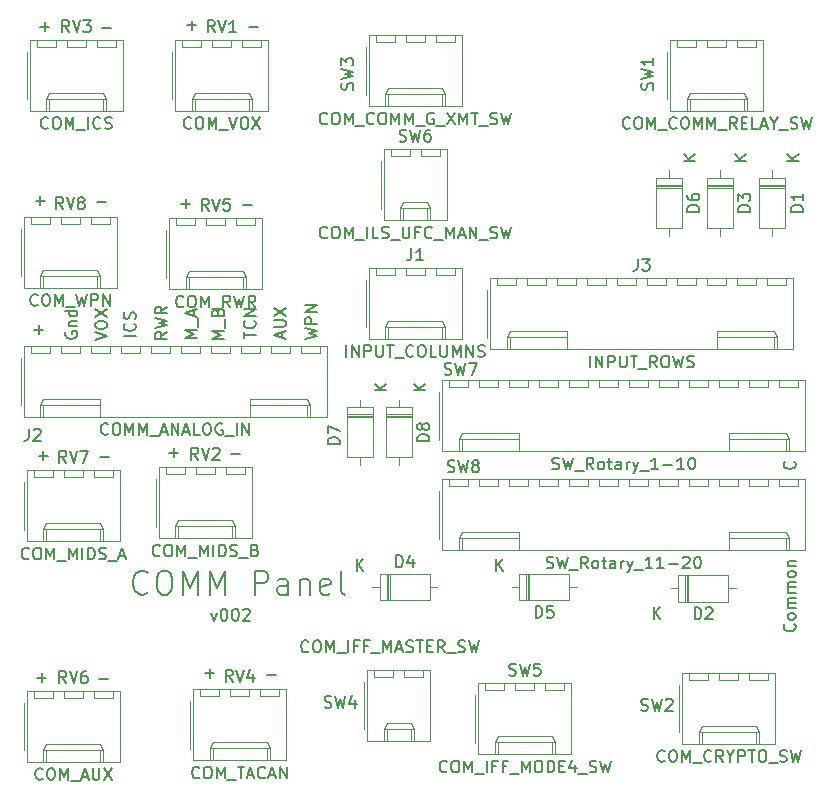
<source format=gbr>
G04 #@! TF.GenerationSoftware,KiCad,Pcbnew,(5.1.5-0-10_14)*
G04 #@! TF.CreationDate,2021-04-05T09:50:08+10:00*
G04 #@! TF.ProjectId,OH - Left Console - 7 - Communication Panel,4f48202d-204c-4656-9674-20436f6e736f,rev?*
G04 #@! TF.SameCoordinates,Original*
G04 #@! TF.FileFunction,Legend,Top*
G04 #@! TF.FilePolarity,Positive*
%FSLAX46Y46*%
G04 Gerber Fmt 4.6, Leading zero omitted, Abs format (unit mm)*
G04 Created by KiCad (PCBNEW (5.1.5-0-10_14)) date 2021-04-05 09:50:08*
%MOMM*%
%LPD*%
G04 APERTURE LIST*
%ADD10C,0.150000*%
%ADD11C,0.120000*%
G04 APERTURE END LIST*
D10*
X75652380Y-106989380D02*
X76652380Y-106751285D01*
X75938095Y-106560809D01*
X76652380Y-106370333D01*
X75652380Y-106132238D01*
X76652380Y-105751285D02*
X75652380Y-105751285D01*
X75652380Y-105370333D01*
X75700000Y-105275095D01*
X75747619Y-105227476D01*
X75842857Y-105179857D01*
X75985714Y-105179857D01*
X76080952Y-105227476D01*
X76128571Y-105275095D01*
X76176190Y-105370333D01*
X76176190Y-105751285D01*
X76652380Y-104751285D02*
X75652380Y-104751285D01*
X76652380Y-104179857D01*
X75652380Y-104179857D01*
X73699666Y-106902095D02*
X73699666Y-106425904D01*
X73985380Y-106997333D02*
X72985380Y-106664000D01*
X73985380Y-106330666D01*
X72985380Y-105997333D02*
X73794904Y-105997333D01*
X73890142Y-105949714D01*
X73937761Y-105902095D01*
X73985380Y-105806857D01*
X73985380Y-105616380D01*
X73937761Y-105521142D01*
X73890142Y-105473523D01*
X73794904Y-105425904D01*
X72985380Y-105425904D01*
X72985380Y-105044952D02*
X73985380Y-104378285D01*
X72985380Y-104378285D02*
X73985380Y-105044952D01*
X70445380Y-106973523D02*
X70445380Y-106402095D01*
X71445380Y-106687809D02*
X70445380Y-106687809D01*
X71350142Y-105497333D02*
X71397761Y-105544952D01*
X71445380Y-105687809D01*
X71445380Y-105783047D01*
X71397761Y-105925904D01*
X71302523Y-106021142D01*
X71207285Y-106068761D01*
X71016809Y-106116380D01*
X70873952Y-106116380D01*
X70683476Y-106068761D01*
X70588238Y-106021142D01*
X70493000Y-105925904D01*
X70445380Y-105783047D01*
X70445380Y-105687809D01*
X70493000Y-105544952D01*
X70540619Y-105497333D01*
X71445380Y-105068761D02*
X70445380Y-105068761D01*
X71445380Y-104497333D01*
X70445380Y-104497333D01*
X68778380Y-107005285D02*
X67778380Y-107005285D01*
X68492666Y-106671952D01*
X67778380Y-106338619D01*
X68778380Y-106338619D01*
X68873619Y-106100523D02*
X68873619Y-105338619D01*
X68254571Y-104767190D02*
X68302190Y-104624333D01*
X68349809Y-104576714D01*
X68445047Y-104529095D01*
X68587904Y-104529095D01*
X68683142Y-104576714D01*
X68730761Y-104624333D01*
X68778380Y-104719571D01*
X68778380Y-105100523D01*
X67778380Y-105100523D01*
X67778380Y-104767190D01*
X67826000Y-104671952D01*
X67873619Y-104624333D01*
X67968857Y-104576714D01*
X68064095Y-104576714D01*
X68159333Y-104624333D01*
X68206952Y-104671952D01*
X68254571Y-104767190D01*
X68254571Y-105100523D01*
X66492380Y-106933857D02*
X65492380Y-106933857D01*
X66206666Y-106600523D01*
X65492380Y-106267190D01*
X66492380Y-106267190D01*
X66587619Y-106029095D02*
X66587619Y-105267190D01*
X66206666Y-105076714D02*
X66206666Y-104600523D01*
X66492380Y-105171952D02*
X65492380Y-104838619D01*
X66492380Y-104505285D01*
X63952380Y-106425904D02*
X63476190Y-106759238D01*
X63952380Y-106997333D02*
X62952380Y-106997333D01*
X62952380Y-106616380D01*
X63000000Y-106521142D01*
X63047619Y-106473523D01*
X63142857Y-106425904D01*
X63285714Y-106425904D01*
X63380952Y-106473523D01*
X63428571Y-106521142D01*
X63476190Y-106616380D01*
X63476190Y-106997333D01*
X62952380Y-106092571D02*
X63952380Y-105854476D01*
X63238095Y-105664000D01*
X63952380Y-105473523D01*
X62952380Y-105235428D01*
X63952380Y-104283047D02*
X63476190Y-104616380D01*
X63952380Y-104854476D02*
X62952380Y-104854476D01*
X62952380Y-104473523D01*
X63000000Y-104378285D01*
X63047619Y-104330666D01*
X63142857Y-104283047D01*
X63285714Y-104283047D01*
X63380952Y-104330666D01*
X63428571Y-104378285D01*
X63476190Y-104473523D01*
X63476190Y-104854476D01*
X61285380Y-106767190D02*
X60285380Y-106767190D01*
X61190142Y-105719571D02*
X61237761Y-105767190D01*
X61285380Y-105910047D01*
X61285380Y-106005285D01*
X61237761Y-106148142D01*
X61142523Y-106243380D01*
X61047285Y-106291000D01*
X60856809Y-106338619D01*
X60713952Y-106338619D01*
X60523476Y-106291000D01*
X60428238Y-106243380D01*
X60333000Y-106148142D01*
X60285380Y-106005285D01*
X60285380Y-105910047D01*
X60333000Y-105767190D01*
X60380619Y-105719571D01*
X61237761Y-105338619D02*
X61285380Y-105195761D01*
X61285380Y-104957666D01*
X61237761Y-104862428D01*
X61190142Y-104814809D01*
X61094904Y-104767190D01*
X60999666Y-104767190D01*
X60904428Y-104814809D01*
X60856809Y-104862428D01*
X60809190Y-104957666D01*
X60761571Y-105148142D01*
X60713952Y-105243380D01*
X60666333Y-105291000D01*
X60571095Y-105338619D01*
X60475857Y-105338619D01*
X60380619Y-105291000D01*
X60333000Y-105243380D01*
X60285380Y-105148142D01*
X60285380Y-104910047D01*
X60333000Y-104767190D01*
X57872380Y-107124333D02*
X58872380Y-106791000D01*
X57872380Y-106457666D01*
X57872380Y-105933857D02*
X57872380Y-105743380D01*
X57920000Y-105648142D01*
X58015238Y-105552904D01*
X58205714Y-105505285D01*
X58539047Y-105505285D01*
X58729523Y-105552904D01*
X58824761Y-105648142D01*
X58872380Y-105743380D01*
X58872380Y-105933857D01*
X58824761Y-106029095D01*
X58729523Y-106124333D01*
X58539047Y-106171952D01*
X58205714Y-106171952D01*
X58015238Y-106124333D01*
X57920000Y-106029095D01*
X57872380Y-105933857D01*
X57872380Y-105171952D02*
X58872380Y-104505285D01*
X57872380Y-104505285D02*
X58872380Y-105171952D01*
X55380000Y-106433857D02*
X55332380Y-106529095D01*
X55332380Y-106671952D01*
X55380000Y-106814809D01*
X55475238Y-106910047D01*
X55570476Y-106957666D01*
X55760952Y-107005285D01*
X55903809Y-107005285D01*
X56094285Y-106957666D01*
X56189523Y-106910047D01*
X56284761Y-106814809D01*
X56332380Y-106671952D01*
X56332380Y-106576714D01*
X56284761Y-106433857D01*
X56237142Y-106386238D01*
X55903809Y-106386238D01*
X55903809Y-106576714D01*
X55665714Y-105957666D02*
X56332380Y-105957666D01*
X55760952Y-105957666D02*
X55713333Y-105910047D01*
X55665714Y-105814809D01*
X55665714Y-105671952D01*
X55713333Y-105576714D01*
X55808571Y-105529095D01*
X56332380Y-105529095D01*
X56332380Y-104624333D02*
X55332380Y-104624333D01*
X56284761Y-104624333D02*
X56332380Y-104719571D01*
X56332380Y-104910047D01*
X56284761Y-105005285D01*
X56237142Y-105052904D01*
X56141904Y-105100523D01*
X55856190Y-105100523D01*
X55760952Y-105052904D01*
X55713333Y-105005285D01*
X55665714Y-104910047D01*
X55665714Y-104719571D01*
X55713333Y-104624333D01*
X52705047Y-106243428D02*
X53466952Y-106243428D01*
X53086000Y-106624380D02*
X53086000Y-105862476D01*
X65659047Y-80462428D02*
X66420952Y-80462428D01*
X66040000Y-80843380D02*
X66040000Y-80081476D01*
X70866047Y-80589428D02*
X71627952Y-80589428D01*
X53213047Y-80589428D02*
X53974952Y-80589428D01*
X53594000Y-80970380D02*
X53594000Y-80208476D01*
X58420047Y-80716428D02*
X59181952Y-80716428D01*
X70358047Y-95702428D02*
X71119952Y-95702428D01*
X65151047Y-95575428D02*
X65912952Y-95575428D01*
X65532000Y-95956380D02*
X65532000Y-95194476D01*
X58039047Y-95448428D02*
X58800952Y-95448428D01*
X52832047Y-95321428D02*
X53593952Y-95321428D01*
X53213000Y-95702380D02*
X53213000Y-94940476D01*
X53086047Y-116911428D02*
X53847952Y-116911428D01*
X53467000Y-117292380D02*
X53467000Y-116530476D01*
X58293047Y-117038428D02*
X59054952Y-117038428D01*
X69342047Y-116784428D02*
X70103952Y-116784428D01*
X64135047Y-116657428D02*
X64896952Y-116657428D01*
X64516000Y-117038380D02*
X64516000Y-116276476D01*
X72390047Y-135453428D02*
X73151952Y-135453428D01*
X67183047Y-135326428D02*
X67944952Y-135326428D01*
X67564000Y-135707380D02*
X67564000Y-134945476D01*
X58166047Y-135834428D02*
X58927952Y-135834428D01*
X52959047Y-135707428D02*
X53720952Y-135707428D01*
X53340000Y-136088380D02*
X53340000Y-135326476D01*
X67675333Y-130214714D02*
X67913428Y-130881380D01*
X68151523Y-130214714D01*
X68722952Y-129881380D02*
X68818190Y-129881380D01*
X68913428Y-129929000D01*
X68961047Y-129976619D01*
X69008666Y-130071857D01*
X69056285Y-130262333D01*
X69056285Y-130500428D01*
X69008666Y-130690904D01*
X68961047Y-130786142D01*
X68913428Y-130833761D01*
X68818190Y-130881380D01*
X68722952Y-130881380D01*
X68627714Y-130833761D01*
X68580095Y-130786142D01*
X68532476Y-130690904D01*
X68484857Y-130500428D01*
X68484857Y-130262333D01*
X68532476Y-130071857D01*
X68580095Y-129976619D01*
X68627714Y-129929000D01*
X68722952Y-129881380D01*
X69675333Y-129881380D02*
X69770571Y-129881380D01*
X69865809Y-129929000D01*
X69913428Y-129976619D01*
X69961047Y-130071857D01*
X70008666Y-130262333D01*
X70008666Y-130500428D01*
X69961047Y-130690904D01*
X69913428Y-130786142D01*
X69865809Y-130833761D01*
X69770571Y-130881380D01*
X69675333Y-130881380D01*
X69580095Y-130833761D01*
X69532476Y-130786142D01*
X69484857Y-130690904D01*
X69437238Y-130500428D01*
X69437238Y-130262333D01*
X69484857Y-130071857D01*
X69532476Y-129976619D01*
X69580095Y-129929000D01*
X69675333Y-129881380D01*
X70389619Y-129976619D02*
X70437238Y-129929000D01*
X70532476Y-129881380D01*
X70770571Y-129881380D01*
X70865809Y-129929000D01*
X70913428Y-129976619D01*
X70961047Y-130071857D01*
X70961047Y-130167095D01*
X70913428Y-130309952D01*
X70342000Y-130881380D01*
X70961047Y-130881380D01*
X62310333Y-128476285D02*
X62215095Y-128571523D01*
X61929380Y-128666761D01*
X61738904Y-128666761D01*
X61453190Y-128571523D01*
X61262714Y-128381047D01*
X61167476Y-128190571D01*
X61072238Y-127809619D01*
X61072238Y-127523904D01*
X61167476Y-127142952D01*
X61262714Y-126952476D01*
X61453190Y-126762000D01*
X61738904Y-126666761D01*
X61929380Y-126666761D01*
X62215095Y-126762000D01*
X62310333Y-126857238D01*
X63548428Y-126666761D02*
X63929380Y-126666761D01*
X64119857Y-126762000D01*
X64310333Y-126952476D01*
X64405571Y-127333428D01*
X64405571Y-128000095D01*
X64310333Y-128381047D01*
X64119857Y-128571523D01*
X63929380Y-128666761D01*
X63548428Y-128666761D01*
X63357952Y-128571523D01*
X63167476Y-128381047D01*
X63072238Y-128000095D01*
X63072238Y-127333428D01*
X63167476Y-126952476D01*
X63357952Y-126762000D01*
X63548428Y-126666761D01*
X65262714Y-128666761D02*
X65262714Y-126666761D01*
X65929380Y-128095333D01*
X66596047Y-126666761D01*
X66596047Y-128666761D01*
X67548428Y-128666761D02*
X67548428Y-126666761D01*
X68215095Y-128095333D01*
X68881761Y-126666761D01*
X68881761Y-128666761D01*
X71357952Y-128666761D02*
X71357952Y-126666761D01*
X72119857Y-126666761D01*
X72310333Y-126762000D01*
X72405571Y-126857238D01*
X72500809Y-127047714D01*
X72500809Y-127333428D01*
X72405571Y-127523904D01*
X72310333Y-127619142D01*
X72119857Y-127714380D01*
X71357952Y-127714380D01*
X74215095Y-128666761D02*
X74215095Y-127619142D01*
X74119857Y-127428666D01*
X73929380Y-127333428D01*
X73548428Y-127333428D01*
X73357952Y-127428666D01*
X74215095Y-128571523D02*
X74024619Y-128666761D01*
X73548428Y-128666761D01*
X73357952Y-128571523D01*
X73262714Y-128381047D01*
X73262714Y-128190571D01*
X73357952Y-128000095D01*
X73548428Y-127904857D01*
X74024619Y-127904857D01*
X74215095Y-127809619D01*
X75167476Y-127333428D02*
X75167476Y-128666761D01*
X75167476Y-127523904D02*
X75262714Y-127428666D01*
X75453190Y-127333428D01*
X75738904Y-127333428D01*
X75929380Y-127428666D01*
X76024619Y-127619142D01*
X76024619Y-128666761D01*
X77738904Y-128571523D02*
X77548428Y-128666761D01*
X77167476Y-128666761D01*
X76977000Y-128571523D01*
X76881761Y-128381047D01*
X76881761Y-127619142D01*
X76977000Y-127428666D01*
X77167476Y-127333428D01*
X77548428Y-127333428D01*
X77738904Y-127428666D01*
X77834142Y-127619142D01*
X77834142Y-127809619D01*
X76881761Y-128000095D01*
X78977000Y-128666761D02*
X78786523Y-128571523D01*
X78691285Y-128381047D01*
X78691285Y-126666761D01*
X117070142Y-117419476D02*
X117117761Y-117467095D01*
X117165380Y-117609952D01*
X117165380Y-117705190D01*
X117117761Y-117848047D01*
X117022523Y-117943285D01*
X116927285Y-117990904D01*
X116736809Y-118038523D01*
X116593952Y-118038523D01*
X116403476Y-117990904D01*
X116308238Y-117943285D01*
X116213000Y-117848047D01*
X116165380Y-117705190D01*
X116165380Y-117609952D01*
X116213000Y-117467095D01*
X116260619Y-117419476D01*
X117070142Y-131158952D02*
X117117761Y-131206571D01*
X117165380Y-131349428D01*
X117165380Y-131444666D01*
X117117761Y-131587523D01*
X117022523Y-131682761D01*
X116927285Y-131730380D01*
X116736809Y-131778000D01*
X116593952Y-131778000D01*
X116403476Y-131730380D01*
X116308238Y-131682761D01*
X116213000Y-131587523D01*
X116165380Y-131444666D01*
X116165380Y-131349428D01*
X116213000Y-131206571D01*
X116260619Y-131158952D01*
X117165380Y-130587523D02*
X117117761Y-130682761D01*
X117070142Y-130730380D01*
X116974904Y-130778000D01*
X116689190Y-130778000D01*
X116593952Y-130730380D01*
X116546333Y-130682761D01*
X116498714Y-130587523D01*
X116498714Y-130444666D01*
X116546333Y-130349428D01*
X116593952Y-130301809D01*
X116689190Y-130254190D01*
X116974904Y-130254190D01*
X117070142Y-130301809D01*
X117117761Y-130349428D01*
X117165380Y-130444666D01*
X117165380Y-130587523D01*
X117165380Y-129825619D02*
X116498714Y-129825619D01*
X116593952Y-129825619D02*
X116546333Y-129778000D01*
X116498714Y-129682761D01*
X116498714Y-129539904D01*
X116546333Y-129444666D01*
X116641571Y-129397047D01*
X117165380Y-129397047D01*
X116641571Y-129397047D02*
X116546333Y-129349428D01*
X116498714Y-129254190D01*
X116498714Y-129111333D01*
X116546333Y-129016095D01*
X116641571Y-128968476D01*
X117165380Y-128968476D01*
X117165380Y-128492285D02*
X116498714Y-128492285D01*
X116593952Y-128492285D02*
X116546333Y-128444666D01*
X116498714Y-128349428D01*
X116498714Y-128206571D01*
X116546333Y-128111333D01*
X116641571Y-128063714D01*
X117165380Y-128063714D01*
X116641571Y-128063714D02*
X116546333Y-128016095D01*
X116498714Y-127920857D01*
X116498714Y-127778000D01*
X116546333Y-127682761D01*
X116641571Y-127635142D01*
X117165380Y-127635142D01*
X117165380Y-127016095D02*
X117117761Y-127111333D01*
X117070142Y-127158952D01*
X116974904Y-127206571D01*
X116689190Y-127206571D01*
X116593952Y-127158952D01*
X116546333Y-127111333D01*
X116498714Y-127016095D01*
X116498714Y-126873238D01*
X116546333Y-126778000D01*
X116593952Y-126730380D01*
X116689190Y-126682761D01*
X116974904Y-126682761D01*
X117070142Y-126730380D01*
X117117761Y-126778000D01*
X117165380Y-126873238D01*
X117165380Y-127016095D01*
X116498714Y-126254190D02*
X117165380Y-126254190D01*
X116593952Y-126254190D02*
X116546333Y-126206571D01*
X116498714Y-126111333D01*
X116498714Y-125968476D01*
X116546333Y-125873238D01*
X116641571Y-125825619D01*
X117165380Y-125825619D01*
D11*
X97574000Y-136762000D02*
X97574000Y-136162000D01*
X95974000Y-136762000D02*
X97574000Y-136762000D01*
X95974000Y-136162000D02*
X95974000Y-136762000D01*
X95034000Y-136762000D02*
X95034000Y-136162000D01*
X93434000Y-136762000D02*
X95034000Y-136762000D01*
X93434000Y-136162000D02*
X93434000Y-136762000D01*
X92494000Y-136762000D02*
X92494000Y-136162000D01*
X90894000Y-136762000D02*
X92494000Y-136762000D01*
X90894000Y-136162000D02*
X90894000Y-136762000D01*
X96524000Y-142182000D02*
X96524000Y-141182000D01*
X91944000Y-142182000D02*
X91944000Y-141182000D01*
X96524000Y-140652000D02*
X96774000Y-141182000D01*
X91944000Y-140652000D02*
X96524000Y-140652000D01*
X91694000Y-141182000D02*
X91944000Y-140652000D01*
X96774000Y-141182000D02*
X96774000Y-142182000D01*
X91694000Y-141182000D02*
X96774000Y-141182000D01*
X91694000Y-142182000D02*
X91694000Y-141182000D01*
X90024000Y-137192000D02*
X90024000Y-141192000D01*
X98154000Y-136162000D02*
X90314000Y-136162000D01*
X98154000Y-142182000D02*
X98154000Y-136162000D01*
X90314000Y-142182000D02*
X98154000Y-142182000D01*
X90314000Y-136162000D02*
X90314000Y-142182000D01*
X117386000Y-119490000D02*
X117386000Y-118890000D01*
X115786000Y-119490000D02*
X117386000Y-119490000D01*
X115786000Y-118890000D02*
X115786000Y-119490000D01*
X114846000Y-119490000D02*
X114846000Y-118890000D01*
X113246000Y-119490000D02*
X114846000Y-119490000D01*
X113246000Y-118890000D02*
X113246000Y-119490000D01*
X112306000Y-119490000D02*
X112306000Y-118890000D01*
X110706000Y-119490000D02*
X112306000Y-119490000D01*
X110706000Y-118890000D02*
X110706000Y-119490000D01*
X109766000Y-119490000D02*
X109766000Y-118890000D01*
X108166000Y-119490000D02*
X109766000Y-119490000D01*
X108166000Y-118890000D02*
X108166000Y-119490000D01*
X107226000Y-119490000D02*
X107226000Y-118890000D01*
X105626000Y-119490000D02*
X107226000Y-119490000D01*
X105626000Y-118890000D02*
X105626000Y-119490000D01*
X104686000Y-119490000D02*
X104686000Y-118890000D01*
X103086000Y-119490000D02*
X104686000Y-119490000D01*
X103086000Y-118890000D02*
X103086000Y-119490000D01*
X102146000Y-119490000D02*
X102146000Y-118890000D01*
X100546000Y-119490000D02*
X102146000Y-119490000D01*
X100546000Y-118890000D02*
X100546000Y-119490000D01*
X99606000Y-119490000D02*
X99606000Y-118890000D01*
X98006000Y-119490000D02*
X99606000Y-119490000D01*
X98006000Y-118890000D02*
X98006000Y-119490000D01*
X97066000Y-119490000D02*
X97066000Y-118890000D01*
X95466000Y-119490000D02*
X97066000Y-119490000D01*
X95466000Y-118890000D02*
X95466000Y-119490000D01*
X94526000Y-119490000D02*
X94526000Y-118890000D01*
X92926000Y-119490000D02*
X94526000Y-119490000D01*
X92926000Y-118890000D02*
X92926000Y-119490000D01*
X91986000Y-119490000D02*
X91986000Y-118890000D01*
X90386000Y-119490000D02*
X91986000Y-119490000D01*
X90386000Y-118890000D02*
X90386000Y-119490000D01*
X89446000Y-119490000D02*
X89446000Y-118890000D01*
X87846000Y-119490000D02*
X89446000Y-119490000D01*
X87846000Y-118890000D02*
X87846000Y-119490000D01*
X116336000Y-124910000D02*
X116336000Y-123910000D01*
X111506000Y-123380000D02*
X111506000Y-123910000D01*
X116336000Y-123380000D02*
X111506000Y-123380000D01*
X116586000Y-123910000D02*
X116336000Y-123380000D01*
X111506000Y-123910000D02*
X111506000Y-124910000D01*
X116586000Y-123910000D02*
X111506000Y-123910000D01*
X116586000Y-124910000D02*
X116586000Y-123910000D01*
X88896000Y-124910000D02*
X88896000Y-123910000D01*
X93726000Y-123380000D02*
X93726000Y-123910000D01*
X88896000Y-123380000D02*
X93726000Y-123380000D01*
X88646000Y-123910000D02*
X88896000Y-123380000D01*
X93726000Y-123910000D02*
X93726000Y-124910000D01*
X88646000Y-123910000D02*
X93726000Y-123910000D01*
X88646000Y-124910000D02*
X88646000Y-123910000D01*
X86976000Y-119920000D02*
X86976000Y-123920000D01*
X117966000Y-118890000D02*
X87266000Y-118890000D01*
X117966000Y-124910000D02*
X117966000Y-118890000D01*
X87266000Y-124910000D02*
X117966000Y-124910000D01*
X87266000Y-118890000D02*
X87266000Y-124910000D01*
X117386000Y-111108000D02*
X117386000Y-110508000D01*
X115786000Y-111108000D02*
X117386000Y-111108000D01*
X115786000Y-110508000D02*
X115786000Y-111108000D01*
X114846000Y-111108000D02*
X114846000Y-110508000D01*
X113246000Y-111108000D02*
X114846000Y-111108000D01*
X113246000Y-110508000D02*
X113246000Y-111108000D01*
X112306000Y-111108000D02*
X112306000Y-110508000D01*
X110706000Y-111108000D02*
X112306000Y-111108000D01*
X110706000Y-110508000D02*
X110706000Y-111108000D01*
X109766000Y-111108000D02*
X109766000Y-110508000D01*
X108166000Y-111108000D02*
X109766000Y-111108000D01*
X108166000Y-110508000D02*
X108166000Y-111108000D01*
X107226000Y-111108000D02*
X107226000Y-110508000D01*
X105626000Y-111108000D02*
X107226000Y-111108000D01*
X105626000Y-110508000D02*
X105626000Y-111108000D01*
X104686000Y-111108000D02*
X104686000Y-110508000D01*
X103086000Y-111108000D02*
X104686000Y-111108000D01*
X103086000Y-110508000D02*
X103086000Y-111108000D01*
X102146000Y-111108000D02*
X102146000Y-110508000D01*
X100546000Y-111108000D02*
X102146000Y-111108000D01*
X100546000Y-110508000D02*
X100546000Y-111108000D01*
X99606000Y-111108000D02*
X99606000Y-110508000D01*
X98006000Y-111108000D02*
X99606000Y-111108000D01*
X98006000Y-110508000D02*
X98006000Y-111108000D01*
X97066000Y-111108000D02*
X97066000Y-110508000D01*
X95466000Y-111108000D02*
X97066000Y-111108000D01*
X95466000Y-110508000D02*
X95466000Y-111108000D01*
X94526000Y-111108000D02*
X94526000Y-110508000D01*
X92926000Y-111108000D02*
X94526000Y-111108000D01*
X92926000Y-110508000D02*
X92926000Y-111108000D01*
X91986000Y-111108000D02*
X91986000Y-110508000D01*
X90386000Y-111108000D02*
X91986000Y-111108000D01*
X90386000Y-110508000D02*
X90386000Y-111108000D01*
X89446000Y-111108000D02*
X89446000Y-110508000D01*
X87846000Y-111108000D02*
X89446000Y-111108000D01*
X87846000Y-110508000D02*
X87846000Y-111108000D01*
X116336000Y-116528000D02*
X116336000Y-115528000D01*
X111506000Y-114998000D02*
X111506000Y-115528000D01*
X116336000Y-114998000D02*
X111506000Y-114998000D01*
X116586000Y-115528000D02*
X116336000Y-114998000D01*
X111506000Y-115528000D02*
X111506000Y-116528000D01*
X116586000Y-115528000D02*
X111506000Y-115528000D01*
X116586000Y-116528000D02*
X116586000Y-115528000D01*
X88896000Y-116528000D02*
X88896000Y-115528000D01*
X93726000Y-114998000D02*
X93726000Y-115528000D01*
X88896000Y-114998000D02*
X93726000Y-114998000D01*
X88646000Y-115528000D02*
X88896000Y-114998000D01*
X93726000Y-115528000D02*
X93726000Y-116528000D01*
X88646000Y-115528000D02*
X93726000Y-115528000D01*
X88646000Y-116528000D02*
X88646000Y-115528000D01*
X86976000Y-111538000D02*
X86976000Y-115538000D01*
X117966000Y-110508000D02*
X87266000Y-110508000D01*
X117966000Y-116528000D02*
X117966000Y-110508000D01*
X87266000Y-116528000D02*
X117966000Y-116528000D01*
X87266000Y-110508000D02*
X87266000Y-116528000D01*
X76873000Y-108187000D02*
X76873000Y-107587000D01*
X75273000Y-108187000D02*
X76873000Y-108187000D01*
X75273000Y-107587000D02*
X75273000Y-108187000D01*
X74333000Y-108187000D02*
X74333000Y-107587000D01*
X72733000Y-108187000D02*
X74333000Y-108187000D01*
X72733000Y-107587000D02*
X72733000Y-108187000D01*
X71793000Y-108187000D02*
X71793000Y-107587000D01*
X70193000Y-108187000D02*
X71793000Y-108187000D01*
X70193000Y-107587000D02*
X70193000Y-108187000D01*
X69253000Y-108187000D02*
X69253000Y-107587000D01*
X67653000Y-108187000D02*
X69253000Y-108187000D01*
X67653000Y-107587000D02*
X67653000Y-108187000D01*
X66713000Y-108187000D02*
X66713000Y-107587000D01*
X65113000Y-108187000D02*
X66713000Y-108187000D01*
X65113000Y-107587000D02*
X65113000Y-108187000D01*
X64173000Y-108187000D02*
X64173000Y-107587000D01*
X62573000Y-108187000D02*
X64173000Y-108187000D01*
X62573000Y-107587000D02*
X62573000Y-108187000D01*
X61633000Y-108187000D02*
X61633000Y-107587000D01*
X60033000Y-108187000D02*
X61633000Y-108187000D01*
X60033000Y-107587000D02*
X60033000Y-108187000D01*
X59093000Y-108187000D02*
X59093000Y-107587000D01*
X57493000Y-108187000D02*
X59093000Y-108187000D01*
X57493000Y-107587000D02*
X57493000Y-108187000D01*
X56553000Y-108187000D02*
X56553000Y-107587000D01*
X54953000Y-108187000D02*
X56553000Y-108187000D01*
X54953000Y-107587000D02*
X54953000Y-108187000D01*
X54013000Y-108187000D02*
X54013000Y-107587000D01*
X52413000Y-108187000D02*
X54013000Y-108187000D01*
X52413000Y-107587000D02*
X52413000Y-108187000D01*
X75823000Y-113607000D02*
X75823000Y-112607000D01*
X70993000Y-112077000D02*
X70993000Y-112607000D01*
X75823000Y-112077000D02*
X70993000Y-112077000D01*
X76073000Y-112607000D02*
X75823000Y-112077000D01*
X70993000Y-112607000D02*
X70993000Y-113607000D01*
X76073000Y-112607000D02*
X70993000Y-112607000D01*
X76073000Y-113607000D02*
X76073000Y-112607000D01*
X53463000Y-113607000D02*
X53463000Y-112607000D01*
X58293000Y-112077000D02*
X58293000Y-112607000D01*
X53463000Y-112077000D02*
X58293000Y-112077000D01*
X53213000Y-112607000D02*
X53463000Y-112077000D01*
X58293000Y-112607000D02*
X58293000Y-113607000D01*
X53213000Y-112607000D02*
X58293000Y-112607000D01*
X53213000Y-113607000D02*
X53213000Y-112607000D01*
X51543000Y-108617000D02*
X51543000Y-112617000D01*
X77453000Y-107587000D02*
X51833000Y-107587000D01*
X77453000Y-113607000D02*
X77453000Y-107587000D01*
X51833000Y-113607000D02*
X77453000Y-113607000D01*
X51833000Y-107587000D02*
X51833000Y-113607000D01*
X87033000Y-91550000D02*
X87033000Y-90950000D01*
X85433000Y-91550000D02*
X87033000Y-91550000D01*
X85433000Y-90950000D02*
X85433000Y-91550000D01*
X84493000Y-91550000D02*
X84493000Y-90950000D01*
X82893000Y-91550000D02*
X84493000Y-91550000D01*
X82893000Y-90950000D02*
X82893000Y-91550000D01*
X85983000Y-96970000D02*
X85983000Y-95970000D01*
X83943000Y-96970000D02*
X83943000Y-95970000D01*
X85983000Y-95440000D02*
X86233000Y-95970000D01*
X83943000Y-95440000D02*
X85983000Y-95440000D01*
X83693000Y-95970000D02*
X83943000Y-95440000D01*
X86233000Y-95970000D02*
X86233000Y-96970000D01*
X83693000Y-95970000D02*
X86233000Y-95970000D01*
X83693000Y-96970000D02*
X83693000Y-95970000D01*
X82023000Y-91980000D02*
X82023000Y-95980000D01*
X87613000Y-90950000D02*
X82313000Y-90950000D01*
X87613000Y-96970000D02*
X87613000Y-90950000D01*
X82313000Y-96970000D02*
X87613000Y-96970000D01*
X82313000Y-90950000D02*
X82313000Y-96970000D01*
X85636000Y-135619000D02*
X85636000Y-135019000D01*
X84036000Y-135619000D02*
X85636000Y-135619000D01*
X84036000Y-135019000D02*
X84036000Y-135619000D01*
X83096000Y-135619000D02*
X83096000Y-135019000D01*
X81496000Y-135619000D02*
X83096000Y-135619000D01*
X81496000Y-135019000D02*
X81496000Y-135619000D01*
X84586000Y-141039000D02*
X84586000Y-140039000D01*
X82546000Y-141039000D02*
X82546000Y-140039000D01*
X84586000Y-139509000D02*
X84836000Y-140039000D01*
X82546000Y-139509000D02*
X84586000Y-139509000D01*
X82296000Y-140039000D02*
X82546000Y-139509000D01*
X84836000Y-140039000D02*
X84836000Y-141039000D01*
X82296000Y-140039000D02*
X84836000Y-140039000D01*
X82296000Y-141039000D02*
X82296000Y-140039000D01*
X80626000Y-136049000D02*
X80626000Y-140049000D01*
X86216000Y-135019000D02*
X80916000Y-135019000D01*
X86216000Y-141039000D02*
X86216000Y-135019000D01*
X80916000Y-141039000D02*
X86216000Y-141039000D01*
X80916000Y-135019000D02*
X80916000Y-141039000D01*
X88303000Y-81898000D02*
X88303000Y-81298000D01*
X86703000Y-81898000D02*
X88303000Y-81898000D01*
X86703000Y-81298000D02*
X86703000Y-81898000D01*
X85763000Y-81898000D02*
X85763000Y-81298000D01*
X84163000Y-81898000D02*
X85763000Y-81898000D01*
X84163000Y-81298000D02*
X84163000Y-81898000D01*
X83223000Y-81898000D02*
X83223000Y-81298000D01*
X81623000Y-81898000D02*
X83223000Y-81898000D01*
X81623000Y-81298000D02*
X81623000Y-81898000D01*
X87253000Y-87318000D02*
X87253000Y-86318000D01*
X82673000Y-87318000D02*
X82673000Y-86318000D01*
X87253000Y-85788000D02*
X87503000Y-86318000D01*
X82673000Y-85788000D02*
X87253000Y-85788000D01*
X82423000Y-86318000D02*
X82673000Y-85788000D01*
X87503000Y-86318000D02*
X87503000Y-87318000D01*
X82423000Y-86318000D02*
X87503000Y-86318000D01*
X82423000Y-87318000D02*
X82423000Y-86318000D01*
X80753000Y-82328000D02*
X80753000Y-86328000D01*
X88883000Y-81298000D02*
X81043000Y-81298000D01*
X88883000Y-87318000D02*
X88883000Y-81298000D01*
X81043000Y-87318000D02*
X88883000Y-87318000D01*
X81043000Y-81298000D02*
X81043000Y-87318000D01*
X113830000Y-82279000D02*
X113830000Y-81679000D01*
X112230000Y-82279000D02*
X113830000Y-82279000D01*
X112230000Y-81679000D02*
X112230000Y-82279000D01*
X111290000Y-82279000D02*
X111290000Y-81679000D01*
X109690000Y-82279000D02*
X111290000Y-82279000D01*
X109690000Y-81679000D02*
X109690000Y-82279000D01*
X108750000Y-82279000D02*
X108750000Y-81679000D01*
X107150000Y-82279000D02*
X108750000Y-82279000D01*
X107150000Y-81679000D02*
X107150000Y-82279000D01*
X112780000Y-87699000D02*
X112780000Y-86699000D01*
X108200000Y-87699000D02*
X108200000Y-86699000D01*
X112780000Y-86169000D02*
X113030000Y-86699000D01*
X108200000Y-86169000D02*
X112780000Y-86169000D01*
X107950000Y-86699000D02*
X108200000Y-86169000D01*
X113030000Y-86699000D02*
X113030000Y-87699000D01*
X107950000Y-86699000D02*
X113030000Y-86699000D01*
X107950000Y-87699000D02*
X107950000Y-86699000D01*
X106280000Y-82709000D02*
X106280000Y-86709000D01*
X114410000Y-81679000D02*
X106570000Y-81679000D01*
X114410000Y-87699000D02*
X114410000Y-81679000D01*
X106570000Y-87699000D02*
X114410000Y-87699000D01*
X106570000Y-81679000D02*
X106570000Y-87699000D01*
X114846000Y-135873000D02*
X114846000Y-135273000D01*
X113246000Y-135873000D02*
X114846000Y-135873000D01*
X113246000Y-135273000D02*
X113246000Y-135873000D01*
X112306000Y-135873000D02*
X112306000Y-135273000D01*
X110706000Y-135873000D02*
X112306000Y-135873000D01*
X110706000Y-135273000D02*
X110706000Y-135873000D01*
X109766000Y-135873000D02*
X109766000Y-135273000D01*
X108166000Y-135873000D02*
X109766000Y-135873000D01*
X108166000Y-135273000D02*
X108166000Y-135873000D01*
X113796000Y-141293000D02*
X113796000Y-140293000D01*
X109216000Y-141293000D02*
X109216000Y-140293000D01*
X113796000Y-139763000D02*
X114046000Y-140293000D01*
X109216000Y-139763000D02*
X113796000Y-139763000D01*
X108966000Y-140293000D02*
X109216000Y-139763000D01*
X114046000Y-140293000D02*
X114046000Y-141293000D01*
X108966000Y-140293000D02*
X114046000Y-140293000D01*
X108966000Y-141293000D02*
X108966000Y-140293000D01*
X107296000Y-136303000D02*
X107296000Y-140303000D01*
X115426000Y-135273000D02*
X107586000Y-135273000D01*
X115426000Y-141293000D02*
X115426000Y-135273000D01*
X107586000Y-141293000D02*
X115426000Y-141293000D01*
X107586000Y-135273000D02*
X107586000Y-141293000D01*
X59093000Y-97265000D02*
X59093000Y-96665000D01*
X57493000Y-97265000D02*
X59093000Y-97265000D01*
X57493000Y-96665000D02*
X57493000Y-97265000D01*
X56553000Y-97265000D02*
X56553000Y-96665000D01*
X54953000Y-97265000D02*
X56553000Y-97265000D01*
X54953000Y-96665000D02*
X54953000Y-97265000D01*
X54013000Y-97265000D02*
X54013000Y-96665000D01*
X52413000Y-97265000D02*
X54013000Y-97265000D01*
X52413000Y-96665000D02*
X52413000Y-97265000D01*
X58043000Y-102685000D02*
X58043000Y-101685000D01*
X53463000Y-102685000D02*
X53463000Y-101685000D01*
X58043000Y-101155000D02*
X58293000Y-101685000D01*
X53463000Y-101155000D02*
X58043000Y-101155000D01*
X53213000Y-101685000D02*
X53463000Y-101155000D01*
X58293000Y-101685000D02*
X58293000Y-102685000D01*
X53213000Y-101685000D02*
X58293000Y-101685000D01*
X53213000Y-102685000D02*
X53213000Y-101685000D01*
X51543000Y-97695000D02*
X51543000Y-101695000D01*
X59673000Y-96665000D02*
X51833000Y-96665000D01*
X59673000Y-102685000D02*
X59673000Y-96665000D01*
X51833000Y-102685000D02*
X59673000Y-102685000D01*
X51833000Y-96665000D02*
X51833000Y-102685000D01*
X59347000Y-118728000D02*
X59347000Y-118128000D01*
X57747000Y-118728000D02*
X59347000Y-118728000D01*
X57747000Y-118128000D02*
X57747000Y-118728000D01*
X56807000Y-118728000D02*
X56807000Y-118128000D01*
X55207000Y-118728000D02*
X56807000Y-118728000D01*
X55207000Y-118128000D02*
X55207000Y-118728000D01*
X54267000Y-118728000D02*
X54267000Y-118128000D01*
X52667000Y-118728000D02*
X54267000Y-118728000D01*
X52667000Y-118128000D02*
X52667000Y-118728000D01*
X58297000Y-124148000D02*
X58297000Y-123148000D01*
X53717000Y-124148000D02*
X53717000Y-123148000D01*
X58297000Y-122618000D02*
X58547000Y-123148000D01*
X53717000Y-122618000D02*
X58297000Y-122618000D01*
X53467000Y-123148000D02*
X53717000Y-122618000D01*
X58547000Y-123148000D02*
X58547000Y-124148000D01*
X53467000Y-123148000D02*
X58547000Y-123148000D01*
X53467000Y-124148000D02*
X53467000Y-123148000D01*
X51797000Y-119158000D02*
X51797000Y-123158000D01*
X59927000Y-118128000D02*
X52087000Y-118128000D01*
X59927000Y-124148000D02*
X59927000Y-118128000D01*
X52087000Y-124148000D02*
X59927000Y-124148000D01*
X52087000Y-118128000D02*
X52087000Y-124148000D01*
X59347000Y-137397000D02*
X59347000Y-136797000D01*
X57747000Y-137397000D02*
X59347000Y-137397000D01*
X57747000Y-136797000D02*
X57747000Y-137397000D01*
X56807000Y-137397000D02*
X56807000Y-136797000D01*
X55207000Y-137397000D02*
X56807000Y-137397000D01*
X55207000Y-136797000D02*
X55207000Y-137397000D01*
X54267000Y-137397000D02*
X54267000Y-136797000D01*
X52667000Y-137397000D02*
X54267000Y-137397000D01*
X52667000Y-136797000D02*
X52667000Y-137397000D01*
X58297000Y-142817000D02*
X58297000Y-141817000D01*
X53717000Y-142817000D02*
X53717000Y-141817000D01*
X58297000Y-141287000D02*
X58547000Y-141817000D01*
X53717000Y-141287000D02*
X58297000Y-141287000D01*
X53467000Y-141817000D02*
X53717000Y-141287000D01*
X58547000Y-141817000D02*
X58547000Y-142817000D01*
X53467000Y-141817000D02*
X58547000Y-141817000D01*
X53467000Y-142817000D02*
X53467000Y-141817000D01*
X51797000Y-137827000D02*
X51797000Y-141827000D01*
X59927000Y-136797000D02*
X52087000Y-136797000D01*
X59927000Y-142817000D02*
X59927000Y-136797000D01*
X52087000Y-142817000D02*
X59927000Y-142817000D01*
X52087000Y-136797000D02*
X52087000Y-142817000D01*
X71412000Y-97392000D02*
X71412000Y-96792000D01*
X69812000Y-97392000D02*
X71412000Y-97392000D01*
X69812000Y-96792000D02*
X69812000Y-97392000D01*
X68872000Y-97392000D02*
X68872000Y-96792000D01*
X67272000Y-97392000D02*
X68872000Y-97392000D01*
X67272000Y-96792000D02*
X67272000Y-97392000D01*
X66332000Y-97392000D02*
X66332000Y-96792000D01*
X64732000Y-97392000D02*
X66332000Y-97392000D01*
X64732000Y-96792000D02*
X64732000Y-97392000D01*
X70362000Y-102812000D02*
X70362000Y-101812000D01*
X65782000Y-102812000D02*
X65782000Y-101812000D01*
X70362000Y-101282000D02*
X70612000Y-101812000D01*
X65782000Y-101282000D02*
X70362000Y-101282000D01*
X65532000Y-101812000D02*
X65782000Y-101282000D01*
X70612000Y-101812000D02*
X70612000Y-102812000D01*
X65532000Y-101812000D02*
X70612000Y-101812000D01*
X65532000Y-102812000D02*
X65532000Y-101812000D01*
X63862000Y-97822000D02*
X63862000Y-101822000D01*
X71992000Y-96792000D02*
X64152000Y-96792000D01*
X71992000Y-102812000D02*
X71992000Y-96792000D01*
X64152000Y-102812000D02*
X71992000Y-102812000D01*
X64152000Y-96792000D02*
X64152000Y-102812000D01*
X73444000Y-137270000D02*
X73444000Y-136670000D01*
X71844000Y-137270000D02*
X73444000Y-137270000D01*
X71844000Y-136670000D02*
X71844000Y-137270000D01*
X70904000Y-137270000D02*
X70904000Y-136670000D01*
X69304000Y-137270000D02*
X70904000Y-137270000D01*
X69304000Y-136670000D02*
X69304000Y-137270000D01*
X68364000Y-137270000D02*
X68364000Y-136670000D01*
X66764000Y-137270000D02*
X68364000Y-137270000D01*
X66764000Y-136670000D02*
X66764000Y-137270000D01*
X72394000Y-142690000D02*
X72394000Y-141690000D01*
X67814000Y-142690000D02*
X67814000Y-141690000D01*
X72394000Y-141160000D02*
X72644000Y-141690000D01*
X67814000Y-141160000D02*
X72394000Y-141160000D01*
X67564000Y-141690000D02*
X67814000Y-141160000D01*
X72644000Y-141690000D02*
X72644000Y-142690000D01*
X67564000Y-141690000D02*
X72644000Y-141690000D01*
X67564000Y-142690000D02*
X67564000Y-141690000D01*
X65894000Y-137700000D02*
X65894000Y-141700000D01*
X74024000Y-136670000D02*
X66184000Y-136670000D01*
X74024000Y-142690000D02*
X74024000Y-136670000D01*
X66184000Y-142690000D02*
X74024000Y-142690000D01*
X66184000Y-136670000D02*
X66184000Y-142690000D01*
X59601000Y-82279000D02*
X59601000Y-81679000D01*
X58001000Y-82279000D02*
X59601000Y-82279000D01*
X58001000Y-81679000D02*
X58001000Y-82279000D01*
X57061000Y-82279000D02*
X57061000Y-81679000D01*
X55461000Y-82279000D02*
X57061000Y-82279000D01*
X55461000Y-81679000D02*
X55461000Y-82279000D01*
X54521000Y-82279000D02*
X54521000Y-81679000D01*
X52921000Y-82279000D02*
X54521000Y-82279000D01*
X52921000Y-81679000D02*
X52921000Y-82279000D01*
X58551000Y-87699000D02*
X58551000Y-86699000D01*
X53971000Y-87699000D02*
X53971000Y-86699000D01*
X58551000Y-86169000D02*
X58801000Y-86699000D01*
X53971000Y-86169000D02*
X58551000Y-86169000D01*
X53721000Y-86699000D02*
X53971000Y-86169000D01*
X58801000Y-86699000D02*
X58801000Y-87699000D01*
X53721000Y-86699000D02*
X58801000Y-86699000D01*
X53721000Y-87699000D02*
X53721000Y-86699000D01*
X52051000Y-82709000D02*
X52051000Y-86709000D01*
X60181000Y-81679000D02*
X52341000Y-81679000D01*
X60181000Y-87699000D02*
X60181000Y-81679000D01*
X52341000Y-87699000D02*
X60181000Y-87699000D01*
X52341000Y-81679000D02*
X52341000Y-87699000D01*
X70523000Y-118474000D02*
X70523000Y-117874000D01*
X68923000Y-118474000D02*
X70523000Y-118474000D01*
X68923000Y-117874000D02*
X68923000Y-118474000D01*
X67983000Y-118474000D02*
X67983000Y-117874000D01*
X66383000Y-118474000D02*
X67983000Y-118474000D01*
X66383000Y-117874000D02*
X66383000Y-118474000D01*
X65443000Y-118474000D02*
X65443000Y-117874000D01*
X63843000Y-118474000D02*
X65443000Y-118474000D01*
X63843000Y-117874000D02*
X63843000Y-118474000D01*
X69473000Y-123894000D02*
X69473000Y-122894000D01*
X64893000Y-123894000D02*
X64893000Y-122894000D01*
X69473000Y-122364000D02*
X69723000Y-122894000D01*
X64893000Y-122364000D02*
X69473000Y-122364000D01*
X64643000Y-122894000D02*
X64893000Y-122364000D01*
X69723000Y-122894000D02*
X69723000Y-123894000D01*
X64643000Y-122894000D02*
X69723000Y-122894000D01*
X64643000Y-123894000D02*
X64643000Y-122894000D01*
X62973000Y-118904000D02*
X62973000Y-122904000D01*
X71103000Y-117874000D02*
X63263000Y-117874000D01*
X71103000Y-123894000D02*
X71103000Y-117874000D01*
X63263000Y-123894000D02*
X71103000Y-123894000D01*
X63263000Y-117874000D02*
X63263000Y-123894000D01*
X71920000Y-82279000D02*
X71920000Y-81679000D01*
X70320000Y-82279000D02*
X71920000Y-82279000D01*
X70320000Y-81679000D02*
X70320000Y-82279000D01*
X69380000Y-82279000D02*
X69380000Y-81679000D01*
X67780000Y-82279000D02*
X69380000Y-82279000D01*
X67780000Y-81679000D02*
X67780000Y-82279000D01*
X66840000Y-82279000D02*
X66840000Y-81679000D01*
X65240000Y-82279000D02*
X66840000Y-82279000D01*
X65240000Y-81679000D02*
X65240000Y-82279000D01*
X70870000Y-87699000D02*
X70870000Y-86699000D01*
X66290000Y-87699000D02*
X66290000Y-86699000D01*
X70870000Y-86169000D02*
X71120000Y-86699000D01*
X66290000Y-86169000D02*
X70870000Y-86169000D01*
X66040000Y-86699000D02*
X66290000Y-86169000D01*
X71120000Y-86699000D02*
X71120000Y-87699000D01*
X66040000Y-86699000D02*
X71120000Y-86699000D01*
X66040000Y-87699000D02*
X66040000Y-86699000D01*
X64370000Y-82709000D02*
X64370000Y-86709000D01*
X72500000Y-81679000D02*
X64660000Y-81679000D01*
X72500000Y-87699000D02*
X72500000Y-81679000D01*
X64660000Y-87699000D02*
X72500000Y-87699000D01*
X64660000Y-81679000D02*
X64660000Y-87699000D01*
X116370000Y-102472000D02*
X116370000Y-101872000D01*
X114770000Y-102472000D02*
X116370000Y-102472000D01*
X114770000Y-101872000D02*
X114770000Y-102472000D01*
X113830000Y-102472000D02*
X113830000Y-101872000D01*
X112230000Y-102472000D02*
X113830000Y-102472000D01*
X112230000Y-101872000D02*
X112230000Y-102472000D01*
X111290000Y-102472000D02*
X111290000Y-101872000D01*
X109690000Y-102472000D02*
X111290000Y-102472000D01*
X109690000Y-101872000D02*
X109690000Y-102472000D01*
X108750000Y-102472000D02*
X108750000Y-101872000D01*
X107150000Y-102472000D02*
X108750000Y-102472000D01*
X107150000Y-101872000D02*
X107150000Y-102472000D01*
X106210000Y-102472000D02*
X106210000Y-101872000D01*
X104610000Y-102472000D02*
X106210000Y-102472000D01*
X104610000Y-101872000D02*
X104610000Y-102472000D01*
X103670000Y-102472000D02*
X103670000Y-101872000D01*
X102070000Y-102472000D02*
X103670000Y-102472000D01*
X102070000Y-101872000D02*
X102070000Y-102472000D01*
X101130000Y-102472000D02*
X101130000Y-101872000D01*
X99530000Y-102472000D02*
X101130000Y-102472000D01*
X99530000Y-101872000D02*
X99530000Y-102472000D01*
X98590000Y-102472000D02*
X98590000Y-101872000D01*
X96990000Y-102472000D02*
X98590000Y-102472000D01*
X96990000Y-101872000D02*
X96990000Y-102472000D01*
X96050000Y-102472000D02*
X96050000Y-101872000D01*
X94450000Y-102472000D02*
X96050000Y-102472000D01*
X94450000Y-101872000D02*
X94450000Y-102472000D01*
X93510000Y-102472000D02*
X93510000Y-101872000D01*
X91910000Y-102472000D02*
X93510000Y-102472000D01*
X91910000Y-101872000D02*
X91910000Y-102472000D01*
X115320000Y-107892000D02*
X115320000Y-106892000D01*
X110490000Y-106362000D02*
X110490000Y-106892000D01*
X115320000Y-106362000D02*
X110490000Y-106362000D01*
X115570000Y-106892000D02*
X115320000Y-106362000D01*
X110490000Y-106892000D02*
X110490000Y-107892000D01*
X115570000Y-106892000D02*
X110490000Y-106892000D01*
X115570000Y-107892000D02*
X115570000Y-106892000D01*
X92960000Y-107892000D02*
X92960000Y-106892000D01*
X97790000Y-106362000D02*
X97790000Y-106892000D01*
X92960000Y-106362000D02*
X97790000Y-106362000D01*
X92710000Y-106892000D02*
X92960000Y-106362000D01*
X97790000Y-106892000D02*
X97790000Y-107892000D01*
X92710000Y-106892000D02*
X97790000Y-106892000D01*
X92710000Y-107892000D02*
X92710000Y-106892000D01*
X91040000Y-102902000D02*
X91040000Y-106902000D01*
X116950000Y-101872000D02*
X91330000Y-101872000D01*
X116950000Y-107892000D02*
X116950000Y-101872000D01*
X91330000Y-107892000D02*
X116950000Y-107892000D01*
X91330000Y-101872000D02*
X91330000Y-107892000D01*
X88303000Y-101583000D02*
X88303000Y-100983000D01*
X86703000Y-101583000D02*
X88303000Y-101583000D01*
X86703000Y-100983000D02*
X86703000Y-101583000D01*
X85763000Y-101583000D02*
X85763000Y-100983000D01*
X84163000Y-101583000D02*
X85763000Y-101583000D01*
X84163000Y-100983000D02*
X84163000Y-101583000D01*
X83223000Y-101583000D02*
X83223000Y-100983000D01*
X81623000Y-101583000D02*
X83223000Y-101583000D01*
X81623000Y-100983000D02*
X81623000Y-101583000D01*
X87253000Y-107003000D02*
X87253000Y-106003000D01*
X82673000Y-107003000D02*
X82673000Y-106003000D01*
X87253000Y-105473000D02*
X87503000Y-106003000D01*
X82673000Y-105473000D02*
X87253000Y-105473000D01*
X82423000Y-106003000D02*
X82673000Y-105473000D01*
X87503000Y-106003000D02*
X87503000Y-107003000D01*
X82423000Y-106003000D02*
X87503000Y-106003000D01*
X82423000Y-107003000D02*
X82423000Y-106003000D01*
X80753000Y-102013000D02*
X80753000Y-106013000D01*
X88883000Y-100983000D02*
X81043000Y-100983000D01*
X88883000Y-107003000D02*
X88883000Y-100983000D01*
X81043000Y-107003000D02*
X88883000Y-107003000D01*
X81043000Y-100983000D02*
X81043000Y-107003000D01*
X84686000Y-113415000D02*
X82446000Y-113415000D01*
X84686000Y-113655000D02*
X82446000Y-113655000D01*
X84686000Y-113535000D02*
X82446000Y-113535000D01*
X83566000Y-117705000D02*
X83566000Y-117055000D01*
X83566000Y-112165000D02*
X83566000Y-112815000D01*
X84686000Y-117055000D02*
X84686000Y-112815000D01*
X82446000Y-117055000D02*
X84686000Y-117055000D01*
X82446000Y-112815000D02*
X82446000Y-117055000D01*
X84686000Y-112815000D02*
X82446000Y-112815000D01*
X107546000Y-93984000D02*
X105306000Y-93984000D01*
X107546000Y-94224000D02*
X105306000Y-94224000D01*
X107546000Y-94104000D02*
X105306000Y-94104000D01*
X106426000Y-98274000D02*
X106426000Y-97624000D01*
X106426000Y-92734000D02*
X106426000Y-93384000D01*
X107546000Y-97624000D02*
X107546000Y-93384000D01*
X105306000Y-97624000D02*
X107546000Y-97624000D01*
X105306000Y-93384000D02*
X105306000Y-97624000D01*
X107546000Y-93384000D02*
X105306000Y-93384000D01*
X94365000Y-126896000D02*
X94365000Y-129136000D01*
X94605000Y-126896000D02*
X94605000Y-129136000D01*
X94485000Y-126896000D02*
X94485000Y-129136000D01*
X98655000Y-128016000D02*
X98005000Y-128016000D01*
X93115000Y-128016000D02*
X93765000Y-128016000D01*
X98005000Y-126896000D02*
X93765000Y-126896000D01*
X98005000Y-129136000D02*
X98005000Y-126896000D01*
X93765000Y-129136000D02*
X98005000Y-129136000D01*
X93765000Y-126896000D02*
X93765000Y-129136000D01*
X82554000Y-126896000D02*
X82554000Y-129136000D01*
X82794000Y-126896000D02*
X82794000Y-129136000D01*
X82674000Y-126896000D02*
X82674000Y-129136000D01*
X86844000Y-128016000D02*
X86194000Y-128016000D01*
X81304000Y-128016000D02*
X81954000Y-128016000D01*
X86194000Y-126896000D02*
X81954000Y-126896000D01*
X86194000Y-129136000D02*
X86194000Y-126896000D01*
X81954000Y-129136000D02*
X86194000Y-129136000D01*
X81954000Y-126896000D02*
X81954000Y-129136000D01*
X111864000Y-93984000D02*
X109624000Y-93984000D01*
X111864000Y-94224000D02*
X109624000Y-94224000D01*
X111864000Y-94104000D02*
X109624000Y-94104000D01*
X110744000Y-98274000D02*
X110744000Y-97624000D01*
X110744000Y-92734000D02*
X110744000Y-93384000D01*
X111864000Y-97624000D02*
X111864000Y-93384000D01*
X109624000Y-97624000D02*
X111864000Y-97624000D01*
X109624000Y-93384000D02*
X109624000Y-97624000D01*
X111864000Y-93384000D02*
X109624000Y-93384000D01*
X107827000Y-127023000D02*
X107827000Y-129263000D01*
X108067000Y-127023000D02*
X108067000Y-129263000D01*
X107947000Y-127023000D02*
X107947000Y-129263000D01*
X112117000Y-128143000D02*
X111467000Y-128143000D01*
X106577000Y-128143000D02*
X107227000Y-128143000D01*
X111467000Y-127023000D02*
X107227000Y-127023000D01*
X111467000Y-129263000D02*
X111467000Y-127023000D01*
X107227000Y-129263000D02*
X111467000Y-129263000D01*
X107227000Y-127023000D02*
X107227000Y-129263000D01*
X116309000Y-93984000D02*
X114069000Y-93984000D01*
X116309000Y-94224000D02*
X114069000Y-94224000D01*
X116309000Y-94104000D02*
X114069000Y-94104000D01*
X115189000Y-98274000D02*
X115189000Y-97624000D01*
X115189000Y-92734000D02*
X115189000Y-93384000D01*
X116309000Y-97624000D02*
X116309000Y-93384000D01*
X114069000Y-97624000D02*
X116309000Y-97624000D01*
X114069000Y-93384000D02*
X114069000Y-97624000D01*
X116309000Y-93384000D02*
X114069000Y-93384000D01*
X81384000Y-113415000D02*
X79144000Y-113415000D01*
X81384000Y-113655000D02*
X79144000Y-113655000D01*
X81384000Y-113535000D02*
X79144000Y-113535000D01*
X80264000Y-117705000D02*
X80264000Y-117055000D01*
X80264000Y-112165000D02*
X80264000Y-112815000D01*
X81384000Y-117055000D02*
X81384000Y-112815000D01*
X79144000Y-117055000D02*
X81384000Y-117055000D01*
X79144000Y-112815000D02*
X79144000Y-117055000D01*
X81384000Y-112815000D02*
X79144000Y-112815000D01*
D10*
X92900666Y-135476761D02*
X93043523Y-135524380D01*
X93281619Y-135524380D01*
X93376857Y-135476761D01*
X93424476Y-135429142D01*
X93472095Y-135333904D01*
X93472095Y-135238666D01*
X93424476Y-135143428D01*
X93376857Y-135095809D01*
X93281619Y-135048190D01*
X93091142Y-135000571D01*
X92995904Y-134952952D01*
X92948285Y-134905333D01*
X92900666Y-134810095D01*
X92900666Y-134714857D01*
X92948285Y-134619619D01*
X92995904Y-134572000D01*
X93091142Y-134524380D01*
X93329238Y-134524380D01*
X93472095Y-134572000D01*
X93805428Y-134524380D02*
X94043523Y-135524380D01*
X94234000Y-134810095D01*
X94424476Y-135524380D01*
X94662571Y-134524380D01*
X95519714Y-134524380D02*
X95043523Y-134524380D01*
X94995904Y-135000571D01*
X95043523Y-134952952D01*
X95138761Y-134905333D01*
X95376857Y-134905333D01*
X95472095Y-134952952D01*
X95519714Y-135000571D01*
X95567333Y-135095809D01*
X95567333Y-135333904D01*
X95519714Y-135429142D01*
X95472095Y-135476761D01*
X95376857Y-135524380D01*
X95138761Y-135524380D01*
X95043523Y-135476761D01*
X94995904Y-135429142D01*
X87638761Y-143629142D02*
X87591142Y-143676761D01*
X87448285Y-143724380D01*
X87353047Y-143724380D01*
X87210190Y-143676761D01*
X87114952Y-143581523D01*
X87067333Y-143486285D01*
X87019714Y-143295809D01*
X87019714Y-143152952D01*
X87067333Y-142962476D01*
X87114952Y-142867238D01*
X87210190Y-142772000D01*
X87353047Y-142724380D01*
X87448285Y-142724380D01*
X87591142Y-142772000D01*
X87638761Y-142819619D01*
X88257809Y-142724380D02*
X88448285Y-142724380D01*
X88543523Y-142772000D01*
X88638761Y-142867238D01*
X88686380Y-143057714D01*
X88686380Y-143391047D01*
X88638761Y-143581523D01*
X88543523Y-143676761D01*
X88448285Y-143724380D01*
X88257809Y-143724380D01*
X88162571Y-143676761D01*
X88067333Y-143581523D01*
X88019714Y-143391047D01*
X88019714Y-143057714D01*
X88067333Y-142867238D01*
X88162571Y-142772000D01*
X88257809Y-142724380D01*
X89114952Y-143724380D02*
X89114952Y-142724380D01*
X89448285Y-143438666D01*
X89781619Y-142724380D01*
X89781619Y-143724380D01*
X90019714Y-143819619D02*
X90781619Y-143819619D01*
X91019714Y-143724380D02*
X91019714Y-142724380D01*
X91829238Y-143200571D02*
X91495904Y-143200571D01*
X91495904Y-143724380D02*
X91495904Y-142724380D01*
X91972095Y-142724380D01*
X92686380Y-143200571D02*
X92353047Y-143200571D01*
X92353047Y-143724380D02*
X92353047Y-142724380D01*
X92829238Y-142724380D01*
X92972095Y-143819619D02*
X93734000Y-143819619D01*
X93972095Y-143724380D02*
X93972095Y-142724380D01*
X94305428Y-143438666D01*
X94638761Y-142724380D01*
X94638761Y-143724380D01*
X95305428Y-142724380D02*
X95495904Y-142724380D01*
X95591142Y-142772000D01*
X95686380Y-142867238D01*
X95734000Y-143057714D01*
X95734000Y-143391047D01*
X95686380Y-143581523D01*
X95591142Y-143676761D01*
X95495904Y-143724380D01*
X95305428Y-143724380D01*
X95210190Y-143676761D01*
X95114952Y-143581523D01*
X95067333Y-143391047D01*
X95067333Y-143057714D01*
X95114952Y-142867238D01*
X95210190Y-142772000D01*
X95305428Y-142724380D01*
X96162571Y-143724380D02*
X96162571Y-142724380D01*
X96400666Y-142724380D01*
X96543523Y-142772000D01*
X96638761Y-142867238D01*
X96686380Y-142962476D01*
X96734000Y-143152952D01*
X96734000Y-143295809D01*
X96686380Y-143486285D01*
X96638761Y-143581523D01*
X96543523Y-143676761D01*
X96400666Y-143724380D01*
X96162571Y-143724380D01*
X97162571Y-143200571D02*
X97495904Y-143200571D01*
X97638761Y-143724380D02*
X97162571Y-143724380D01*
X97162571Y-142724380D01*
X97638761Y-142724380D01*
X98495904Y-143057714D02*
X98495904Y-143724380D01*
X98257809Y-142676761D02*
X98019714Y-143391047D01*
X98638761Y-143391047D01*
X98781619Y-143819619D02*
X99543523Y-143819619D01*
X99734000Y-143676761D02*
X99876857Y-143724380D01*
X100114952Y-143724380D01*
X100210190Y-143676761D01*
X100257809Y-143629142D01*
X100305428Y-143533904D01*
X100305428Y-143438666D01*
X100257809Y-143343428D01*
X100210190Y-143295809D01*
X100114952Y-143248190D01*
X99924476Y-143200571D01*
X99829238Y-143152952D01*
X99781619Y-143105333D01*
X99734000Y-143010095D01*
X99734000Y-142914857D01*
X99781619Y-142819619D01*
X99829238Y-142772000D01*
X99924476Y-142724380D01*
X100162571Y-142724380D01*
X100305428Y-142772000D01*
X100638761Y-142724380D02*
X100876857Y-143724380D01*
X101067333Y-143010095D01*
X101257809Y-143724380D01*
X101495904Y-142724380D01*
X87693666Y-118260761D02*
X87836523Y-118308380D01*
X88074619Y-118308380D01*
X88169857Y-118260761D01*
X88217476Y-118213142D01*
X88265095Y-118117904D01*
X88265095Y-118022666D01*
X88217476Y-117927428D01*
X88169857Y-117879809D01*
X88074619Y-117832190D01*
X87884142Y-117784571D01*
X87788904Y-117736952D01*
X87741285Y-117689333D01*
X87693666Y-117594095D01*
X87693666Y-117498857D01*
X87741285Y-117403619D01*
X87788904Y-117356000D01*
X87884142Y-117308380D01*
X88122238Y-117308380D01*
X88265095Y-117356000D01*
X88598428Y-117308380D02*
X88836523Y-118308380D01*
X89027000Y-117594095D01*
X89217476Y-118308380D01*
X89455571Y-117308380D01*
X89979380Y-117736952D02*
X89884142Y-117689333D01*
X89836523Y-117641714D01*
X89788904Y-117546476D01*
X89788904Y-117498857D01*
X89836523Y-117403619D01*
X89884142Y-117356000D01*
X89979380Y-117308380D01*
X90169857Y-117308380D01*
X90265095Y-117356000D01*
X90312714Y-117403619D01*
X90360333Y-117498857D01*
X90360333Y-117546476D01*
X90312714Y-117641714D01*
X90265095Y-117689333D01*
X90169857Y-117736952D01*
X89979380Y-117736952D01*
X89884142Y-117784571D01*
X89836523Y-117832190D01*
X89788904Y-117927428D01*
X89788904Y-118117904D01*
X89836523Y-118213142D01*
X89884142Y-118260761D01*
X89979380Y-118308380D01*
X90169857Y-118308380D01*
X90265095Y-118260761D01*
X90312714Y-118213142D01*
X90360333Y-118117904D01*
X90360333Y-117927428D01*
X90312714Y-117832190D01*
X90265095Y-117784571D01*
X90169857Y-117736952D01*
X96092190Y-126404761D02*
X96235047Y-126452380D01*
X96473142Y-126452380D01*
X96568380Y-126404761D01*
X96616000Y-126357142D01*
X96663619Y-126261904D01*
X96663619Y-126166666D01*
X96616000Y-126071428D01*
X96568380Y-126023809D01*
X96473142Y-125976190D01*
X96282666Y-125928571D01*
X96187428Y-125880952D01*
X96139809Y-125833333D01*
X96092190Y-125738095D01*
X96092190Y-125642857D01*
X96139809Y-125547619D01*
X96187428Y-125500000D01*
X96282666Y-125452380D01*
X96520761Y-125452380D01*
X96663619Y-125500000D01*
X96996952Y-125452380D02*
X97235047Y-126452380D01*
X97425523Y-125738095D01*
X97616000Y-126452380D01*
X97854095Y-125452380D01*
X97996952Y-126547619D02*
X98758857Y-126547619D01*
X99568380Y-126452380D02*
X99235047Y-125976190D01*
X98996952Y-126452380D02*
X98996952Y-125452380D01*
X99377904Y-125452380D01*
X99473142Y-125500000D01*
X99520761Y-125547619D01*
X99568380Y-125642857D01*
X99568380Y-125785714D01*
X99520761Y-125880952D01*
X99473142Y-125928571D01*
X99377904Y-125976190D01*
X98996952Y-125976190D01*
X100139809Y-126452380D02*
X100044571Y-126404761D01*
X99996952Y-126357142D01*
X99949333Y-126261904D01*
X99949333Y-125976190D01*
X99996952Y-125880952D01*
X100044571Y-125833333D01*
X100139809Y-125785714D01*
X100282666Y-125785714D01*
X100377904Y-125833333D01*
X100425523Y-125880952D01*
X100473142Y-125976190D01*
X100473142Y-126261904D01*
X100425523Y-126357142D01*
X100377904Y-126404761D01*
X100282666Y-126452380D01*
X100139809Y-126452380D01*
X100758857Y-125785714D02*
X101139809Y-125785714D01*
X100901714Y-125452380D02*
X100901714Y-126309523D01*
X100949333Y-126404761D01*
X101044571Y-126452380D01*
X101139809Y-126452380D01*
X101901714Y-126452380D02*
X101901714Y-125928571D01*
X101854095Y-125833333D01*
X101758857Y-125785714D01*
X101568380Y-125785714D01*
X101473142Y-125833333D01*
X101901714Y-126404761D02*
X101806476Y-126452380D01*
X101568380Y-126452380D01*
X101473142Y-126404761D01*
X101425523Y-126309523D01*
X101425523Y-126214285D01*
X101473142Y-126119047D01*
X101568380Y-126071428D01*
X101806476Y-126071428D01*
X101901714Y-126023809D01*
X102377904Y-126452380D02*
X102377904Y-125785714D01*
X102377904Y-125976190D02*
X102425523Y-125880952D01*
X102473142Y-125833333D01*
X102568380Y-125785714D01*
X102663619Y-125785714D01*
X102901714Y-125785714D02*
X103139809Y-126452380D01*
X103377904Y-125785714D02*
X103139809Y-126452380D01*
X103044571Y-126690476D01*
X102996952Y-126738095D01*
X102901714Y-126785714D01*
X103520761Y-126547619D02*
X104282666Y-126547619D01*
X105044571Y-126452380D02*
X104473142Y-126452380D01*
X104758857Y-126452380D02*
X104758857Y-125452380D01*
X104663619Y-125595238D01*
X104568380Y-125690476D01*
X104473142Y-125738095D01*
X105996952Y-126452380D02*
X105425523Y-126452380D01*
X105711238Y-126452380D02*
X105711238Y-125452380D01*
X105616000Y-125595238D01*
X105520761Y-125690476D01*
X105425523Y-125738095D01*
X106425523Y-126071428D02*
X107187428Y-126071428D01*
X107616000Y-125547619D02*
X107663619Y-125500000D01*
X107758857Y-125452380D01*
X107996952Y-125452380D01*
X108092190Y-125500000D01*
X108139809Y-125547619D01*
X108187428Y-125642857D01*
X108187428Y-125738095D01*
X108139809Y-125880952D01*
X107568380Y-126452380D01*
X108187428Y-126452380D01*
X108806476Y-125452380D02*
X108901714Y-125452380D01*
X108996952Y-125500000D01*
X109044571Y-125547619D01*
X109092190Y-125642857D01*
X109139809Y-125833333D01*
X109139809Y-126071428D01*
X109092190Y-126261904D01*
X109044571Y-126357142D01*
X108996952Y-126404761D01*
X108901714Y-126452380D01*
X108806476Y-126452380D01*
X108711238Y-126404761D01*
X108663619Y-126357142D01*
X108616000Y-126261904D01*
X108568380Y-126071428D01*
X108568380Y-125833333D01*
X108616000Y-125642857D01*
X108663619Y-125547619D01*
X108711238Y-125500000D01*
X108806476Y-125452380D01*
X87439666Y-110005761D02*
X87582523Y-110053380D01*
X87820619Y-110053380D01*
X87915857Y-110005761D01*
X87963476Y-109958142D01*
X88011095Y-109862904D01*
X88011095Y-109767666D01*
X87963476Y-109672428D01*
X87915857Y-109624809D01*
X87820619Y-109577190D01*
X87630142Y-109529571D01*
X87534904Y-109481952D01*
X87487285Y-109434333D01*
X87439666Y-109339095D01*
X87439666Y-109243857D01*
X87487285Y-109148619D01*
X87534904Y-109101000D01*
X87630142Y-109053380D01*
X87868238Y-109053380D01*
X88011095Y-109101000D01*
X88344428Y-109053380D02*
X88582523Y-110053380D01*
X88773000Y-109339095D01*
X88963476Y-110053380D01*
X89201571Y-109053380D01*
X89487285Y-109053380D02*
X90153952Y-109053380D01*
X89725380Y-110053380D01*
X96568380Y-118022761D02*
X96711238Y-118070380D01*
X96949333Y-118070380D01*
X97044571Y-118022761D01*
X97092190Y-117975142D01*
X97139809Y-117879904D01*
X97139809Y-117784666D01*
X97092190Y-117689428D01*
X97044571Y-117641809D01*
X96949333Y-117594190D01*
X96758857Y-117546571D01*
X96663619Y-117498952D01*
X96616000Y-117451333D01*
X96568380Y-117356095D01*
X96568380Y-117260857D01*
X96616000Y-117165619D01*
X96663619Y-117118000D01*
X96758857Y-117070380D01*
X96996952Y-117070380D01*
X97139809Y-117118000D01*
X97473142Y-117070380D02*
X97711238Y-118070380D01*
X97901714Y-117356095D01*
X98092190Y-118070380D01*
X98330285Y-117070380D01*
X98473142Y-118165619D02*
X99235047Y-118165619D01*
X100044571Y-118070380D02*
X99711238Y-117594190D01*
X99473142Y-118070380D02*
X99473142Y-117070380D01*
X99854095Y-117070380D01*
X99949333Y-117118000D01*
X99996952Y-117165619D01*
X100044571Y-117260857D01*
X100044571Y-117403714D01*
X99996952Y-117498952D01*
X99949333Y-117546571D01*
X99854095Y-117594190D01*
X99473142Y-117594190D01*
X100616000Y-118070380D02*
X100520761Y-118022761D01*
X100473142Y-117975142D01*
X100425523Y-117879904D01*
X100425523Y-117594190D01*
X100473142Y-117498952D01*
X100520761Y-117451333D01*
X100616000Y-117403714D01*
X100758857Y-117403714D01*
X100854095Y-117451333D01*
X100901714Y-117498952D01*
X100949333Y-117594190D01*
X100949333Y-117879904D01*
X100901714Y-117975142D01*
X100854095Y-118022761D01*
X100758857Y-118070380D01*
X100616000Y-118070380D01*
X101235047Y-117403714D02*
X101616000Y-117403714D01*
X101377904Y-117070380D02*
X101377904Y-117927523D01*
X101425523Y-118022761D01*
X101520761Y-118070380D01*
X101616000Y-118070380D01*
X102377904Y-118070380D02*
X102377904Y-117546571D01*
X102330285Y-117451333D01*
X102235047Y-117403714D01*
X102044571Y-117403714D01*
X101949333Y-117451333D01*
X102377904Y-118022761D02*
X102282666Y-118070380D01*
X102044571Y-118070380D01*
X101949333Y-118022761D01*
X101901714Y-117927523D01*
X101901714Y-117832285D01*
X101949333Y-117737047D01*
X102044571Y-117689428D01*
X102282666Y-117689428D01*
X102377904Y-117641809D01*
X102854095Y-118070380D02*
X102854095Y-117403714D01*
X102854095Y-117594190D02*
X102901714Y-117498952D01*
X102949333Y-117451333D01*
X103044571Y-117403714D01*
X103139809Y-117403714D01*
X103377904Y-117403714D02*
X103616000Y-118070380D01*
X103854095Y-117403714D02*
X103616000Y-118070380D01*
X103520761Y-118308476D01*
X103473142Y-118356095D01*
X103377904Y-118403714D01*
X103996952Y-118165619D02*
X104758857Y-118165619D01*
X105520761Y-118070380D02*
X104949333Y-118070380D01*
X105235047Y-118070380D02*
X105235047Y-117070380D01*
X105139809Y-117213238D01*
X105044571Y-117308476D01*
X104949333Y-117356095D01*
X105949333Y-117689428D02*
X106711238Y-117689428D01*
X107711238Y-118070380D02*
X107139809Y-118070380D01*
X107425523Y-118070380D02*
X107425523Y-117070380D01*
X107330285Y-117213238D01*
X107235047Y-117308476D01*
X107139809Y-117356095D01*
X108330285Y-117070380D02*
X108425523Y-117070380D01*
X108520761Y-117118000D01*
X108568380Y-117165619D01*
X108616000Y-117260857D01*
X108663619Y-117451333D01*
X108663619Y-117689428D01*
X108616000Y-117879904D01*
X108568380Y-117975142D01*
X108520761Y-118022761D01*
X108425523Y-118070380D01*
X108330285Y-118070380D01*
X108235047Y-118022761D01*
X108187428Y-117975142D01*
X108139809Y-117879904D01*
X108092190Y-117689428D01*
X108092190Y-117451333D01*
X108139809Y-117260857D01*
X108187428Y-117165619D01*
X108235047Y-117118000D01*
X108330285Y-117070380D01*
X52244666Y-114641380D02*
X52244666Y-115355666D01*
X52197047Y-115498523D01*
X52101809Y-115593761D01*
X51958952Y-115641380D01*
X51863714Y-115641380D01*
X52673238Y-114736619D02*
X52720857Y-114689000D01*
X52816095Y-114641380D01*
X53054190Y-114641380D01*
X53149428Y-114689000D01*
X53197047Y-114736619D01*
X53244666Y-114831857D01*
X53244666Y-114927095D01*
X53197047Y-115069952D01*
X52625619Y-115641380D01*
X53244666Y-115641380D01*
X58952523Y-115054142D02*
X58904904Y-115101761D01*
X58762047Y-115149380D01*
X58666809Y-115149380D01*
X58523952Y-115101761D01*
X58428714Y-115006523D01*
X58381095Y-114911285D01*
X58333476Y-114720809D01*
X58333476Y-114577952D01*
X58381095Y-114387476D01*
X58428714Y-114292238D01*
X58523952Y-114197000D01*
X58666809Y-114149380D01*
X58762047Y-114149380D01*
X58904904Y-114197000D01*
X58952523Y-114244619D01*
X59571571Y-114149380D02*
X59762047Y-114149380D01*
X59857285Y-114197000D01*
X59952523Y-114292238D01*
X60000142Y-114482714D01*
X60000142Y-114816047D01*
X59952523Y-115006523D01*
X59857285Y-115101761D01*
X59762047Y-115149380D01*
X59571571Y-115149380D01*
X59476333Y-115101761D01*
X59381095Y-115006523D01*
X59333476Y-114816047D01*
X59333476Y-114482714D01*
X59381095Y-114292238D01*
X59476333Y-114197000D01*
X59571571Y-114149380D01*
X60428714Y-115149380D02*
X60428714Y-114149380D01*
X60762047Y-114863666D01*
X61095380Y-114149380D01*
X61095380Y-115149380D01*
X61571571Y-115149380D02*
X61571571Y-114149380D01*
X61904904Y-114863666D01*
X62238238Y-114149380D01*
X62238238Y-115149380D01*
X62476333Y-115244619D02*
X63238238Y-115244619D01*
X63428714Y-114863666D02*
X63904904Y-114863666D01*
X63333476Y-115149380D02*
X63666809Y-114149380D01*
X64000142Y-115149380D01*
X64333476Y-115149380D02*
X64333476Y-114149380D01*
X64904904Y-115149380D01*
X64904904Y-114149380D01*
X65333476Y-114863666D02*
X65809666Y-114863666D01*
X65238238Y-115149380D02*
X65571571Y-114149380D01*
X65904904Y-115149380D01*
X66714428Y-115149380D02*
X66238238Y-115149380D01*
X66238238Y-114149380D01*
X67238238Y-114149380D02*
X67428714Y-114149380D01*
X67523952Y-114197000D01*
X67619190Y-114292238D01*
X67666809Y-114482714D01*
X67666809Y-114816047D01*
X67619190Y-115006523D01*
X67523952Y-115101761D01*
X67428714Y-115149380D01*
X67238238Y-115149380D01*
X67143000Y-115101761D01*
X67047761Y-115006523D01*
X67000142Y-114816047D01*
X67000142Y-114482714D01*
X67047761Y-114292238D01*
X67143000Y-114197000D01*
X67238238Y-114149380D01*
X68619190Y-114197000D02*
X68523952Y-114149380D01*
X68381095Y-114149380D01*
X68238238Y-114197000D01*
X68143000Y-114292238D01*
X68095380Y-114387476D01*
X68047761Y-114577952D01*
X68047761Y-114720809D01*
X68095380Y-114911285D01*
X68143000Y-115006523D01*
X68238238Y-115101761D01*
X68381095Y-115149380D01*
X68476333Y-115149380D01*
X68619190Y-115101761D01*
X68666809Y-115054142D01*
X68666809Y-114720809D01*
X68476333Y-114720809D01*
X68857285Y-115244619D02*
X69619190Y-115244619D01*
X69857285Y-115149380D02*
X69857285Y-114149380D01*
X70333476Y-115149380D02*
X70333476Y-114149380D01*
X70904904Y-115149380D01*
X70904904Y-114149380D01*
X83629666Y-90264761D02*
X83772523Y-90312380D01*
X84010619Y-90312380D01*
X84105857Y-90264761D01*
X84153476Y-90217142D01*
X84201095Y-90121904D01*
X84201095Y-90026666D01*
X84153476Y-89931428D01*
X84105857Y-89883809D01*
X84010619Y-89836190D01*
X83820142Y-89788571D01*
X83724904Y-89740952D01*
X83677285Y-89693333D01*
X83629666Y-89598095D01*
X83629666Y-89502857D01*
X83677285Y-89407619D01*
X83724904Y-89360000D01*
X83820142Y-89312380D01*
X84058238Y-89312380D01*
X84201095Y-89360000D01*
X84534428Y-89312380D02*
X84772523Y-90312380D01*
X84963000Y-89598095D01*
X85153476Y-90312380D01*
X85391571Y-89312380D01*
X86201095Y-89312380D02*
X86010619Y-89312380D01*
X85915380Y-89360000D01*
X85867761Y-89407619D01*
X85772523Y-89550476D01*
X85724904Y-89740952D01*
X85724904Y-90121904D01*
X85772523Y-90217142D01*
X85820142Y-90264761D01*
X85915380Y-90312380D01*
X86105857Y-90312380D01*
X86201095Y-90264761D01*
X86248714Y-90217142D01*
X86296333Y-90121904D01*
X86296333Y-89883809D01*
X86248714Y-89788571D01*
X86201095Y-89740952D01*
X86105857Y-89693333D01*
X85915380Y-89693333D01*
X85820142Y-89740952D01*
X85772523Y-89788571D01*
X85724904Y-89883809D01*
X77510619Y-98417142D02*
X77463000Y-98464761D01*
X77320142Y-98512380D01*
X77224904Y-98512380D01*
X77082047Y-98464761D01*
X76986809Y-98369523D01*
X76939190Y-98274285D01*
X76891571Y-98083809D01*
X76891571Y-97940952D01*
X76939190Y-97750476D01*
X76986809Y-97655238D01*
X77082047Y-97560000D01*
X77224904Y-97512380D01*
X77320142Y-97512380D01*
X77463000Y-97560000D01*
X77510619Y-97607619D01*
X78129666Y-97512380D02*
X78320142Y-97512380D01*
X78415380Y-97560000D01*
X78510619Y-97655238D01*
X78558238Y-97845714D01*
X78558238Y-98179047D01*
X78510619Y-98369523D01*
X78415380Y-98464761D01*
X78320142Y-98512380D01*
X78129666Y-98512380D01*
X78034428Y-98464761D01*
X77939190Y-98369523D01*
X77891571Y-98179047D01*
X77891571Y-97845714D01*
X77939190Y-97655238D01*
X78034428Y-97560000D01*
X78129666Y-97512380D01*
X78986809Y-98512380D02*
X78986809Y-97512380D01*
X79320142Y-98226666D01*
X79653476Y-97512380D01*
X79653476Y-98512380D01*
X79891571Y-98607619D02*
X80653476Y-98607619D01*
X80891571Y-98512380D02*
X80891571Y-97512380D01*
X81843952Y-98512380D02*
X81367761Y-98512380D01*
X81367761Y-97512380D01*
X82129666Y-98464761D02*
X82272523Y-98512380D01*
X82510619Y-98512380D01*
X82605857Y-98464761D01*
X82653476Y-98417142D01*
X82701095Y-98321904D01*
X82701095Y-98226666D01*
X82653476Y-98131428D01*
X82605857Y-98083809D01*
X82510619Y-98036190D01*
X82320142Y-97988571D01*
X82224904Y-97940952D01*
X82177285Y-97893333D01*
X82129666Y-97798095D01*
X82129666Y-97702857D01*
X82177285Y-97607619D01*
X82224904Y-97560000D01*
X82320142Y-97512380D01*
X82558238Y-97512380D01*
X82701095Y-97560000D01*
X82891571Y-98607619D02*
X83653476Y-98607619D01*
X83891571Y-97512380D02*
X83891571Y-98321904D01*
X83939190Y-98417142D01*
X83986809Y-98464761D01*
X84082047Y-98512380D01*
X84272523Y-98512380D01*
X84367761Y-98464761D01*
X84415380Y-98417142D01*
X84463000Y-98321904D01*
X84463000Y-97512380D01*
X85272523Y-97988571D02*
X84939190Y-97988571D01*
X84939190Y-98512380D02*
X84939190Y-97512380D01*
X85415380Y-97512380D01*
X86367761Y-98417142D02*
X86320142Y-98464761D01*
X86177285Y-98512380D01*
X86082047Y-98512380D01*
X85939190Y-98464761D01*
X85843952Y-98369523D01*
X85796333Y-98274285D01*
X85748714Y-98083809D01*
X85748714Y-97940952D01*
X85796333Y-97750476D01*
X85843952Y-97655238D01*
X85939190Y-97560000D01*
X86082047Y-97512380D01*
X86177285Y-97512380D01*
X86320142Y-97560000D01*
X86367761Y-97607619D01*
X86558238Y-98607619D02*
X87320142Y-98607619D01*
X87558238Y-98512380D02*
X87558238Y-97512380D01*
X87891571Y-98226666D01*
X88224904Y-97512380D01*
X88224904Y-98512380D01*
X88653476Y-98226666D02*
X89129666Y-98226666D01*
X88558238Y-98512380D02*
X88891571Y-97512380D01*
X89224904Y-98512380D01*
X89558238Y-98512380D02*
X89558238Y-97512380D01*
X90129666Y-98512380D01*
X90129666Y-97512380D01*
X90367761Y-98607619D02*
X91129666Y-98607619D01*
X91320142Y-98464761D02*
X91463000Y-98512380D01*
X91701095Y-98512380D01*
X91796333Y-98464761D01*
X91843952Y-98417142D01*
X91891571Y-98321904D01*
X91891571Y-98226666D01*
X91843952Y-98131428D01*
X91796333Y-98083809D01*
X91701095Y-98036190D01*
X91510619Y-97988571D01*
X91415380Y-97940952D01*
X91367761Y-97893333D01*
X91320142Y-97798095D01*
X91320142Y-97702857D01*
X91367761Y-97607619D01*
X91415380Y-97560000D01*
X91510619Y-97512380D01*
X91748714Y-97512380D01*
X91891571Y-97560000D01*
X92224904Y-97512380D02*
X92463000Y-98512380D01*
X92653476Y-97798095D01*
X92843952Y-98512380D01*
X93082047Y-97512380D01*
X77279666Y-138199761D02*
X77422523Y-138247380D01*
X77660619Y-138247380D01*
X77755857Y-138199761D01*
X77803476Y-138152142D01*
X77851095Y-138056904D01*
X77851095Y-137961666D01*
X77803476Y-137866428D01*
X77755857Y-137818809D01*
X77660619Y-137771190D01*
X77470142Y-137723571D01*
X77374904Y-137675952D01*
X77327285Y-137628333D01*
X77279666Y-137533095D01*
X77279666Y-137437857D01*
X77327285Y-137342619D01*
X77374904Y-137295000D01*
X77470142Y-137247380D01*
X77708238Y-137247380D01*
X77851095Y-137295000D01*
X78184428Y-137247380D02*
X78422523Y-138247380D01*
X78613000Y-137533095D01*
X78803476Y-138247380D01*
X79041571Y-137247380D01*
X79851095Y-137580714D02*
X79851095Y-138247380D01*
X79613000Y-137199761D02*
X79374904Y-137914047D01*
X79993952Y-137914047D01*
X75923047Y-133453142D02*
X75875428Y-133500761D01*
X75732571Y-133548380D01*
X75637333Y-133548380D01*
X75494476Y-133500761D01*
X75399238Y-133405523D01*
X75351619Y-133310285D01*
X75304000Y-133119809D01*
X75304000Y-132976952D01*
X75351619Y-132786476D01*
X75399238Y-132691238D01*
X75494476Y-132596000D01*
X75637333Y-132548380D01*
X75732571Y-132548380D01*
X75875428Y-132596000D01*
X75923047Y-132643619D01*
X76542095Y-132548380D02*
X76732571Y-132548380D01*
X76827809Y-132596000D01*
X76923047Y-132691238D01*
X76970666Y-132881714D01*
X76970666Y-133215047D01*
X76923047Y-133405523D01*
X76827809Y-133500761D01*
X76732571Y-133548380D01*
X76542095Y-133548380D01*
X76446857Y-133500761D01*
X76351619Y-133405523D01*
X76304000Y-133215047D01*
X76304000Y-132881714D01*
X76351619Y-132691238D01*
X76446857Y-132596000D01*
X76542095Y-132548380D01*
X77399238Y-133548380D02*
X77399238Y-132548380D01*
X77732571Y-133262666D01*
X78065904Y-132548380D01*
X78065904Y-133548380D01*
X78304000Y-133643619D02*
X79065904Y-133643619D01*
X79304000Y-133548380D02*
X79304000Y-132548380D01*
X80113523Y-133024571D02*
X79780190Y-133024571D01*
X79780190Y-133548380D02*
X79780190Y-132548380D01*
X80256380Y-132548380D01*
X80970666Y-133024571D02*
X80637333Y-133024571D01*
X80637333Y-133548380D02*
X80637333Y-132548380D01*
X81113523Y-132548380D01*
X81256380Y-133643619D02*
X82018285Y-133643619D01*
X82256380Y-133548380D02*
X82256380Y-132548380D01*
X82589714Y-133262666D01*
X82923047Y-132548380D01*
X82923047Y-133548380D01*
X83351619Y-133262666D02*
X83827809Y-133262666D01*
X83256380Y-133548380D02*
X83589714Y-132548380D01*
X83923047Y-133548380D01*
X84208761Y-133500761D02*
X84351619Y-133548380D01*
X84589714Y-133548380D01*
X84684952Y-133500761D01*
X84732571Y-133453142D01*
X84780190Y-133357904D01*
X84780190Y-133262666D01*
X84732571Y-133167428D01*
X84684952Y-133119809D01*
X84589714Y-133072190D01*
X84399238Y-133024571D01*
X84304000Y-132976952D01*
X84256380Y-132929333D01*
X84208761Y-132834095D01*
X84208761Y-132738857D01*
X84256380Y-132643619D01*
X84304000Y-132596000D01*
X84399238Y-132548380D01*
X84637333Y-132548380D01*
X84780190Y-132596000D01*
X85065904Y-132548380D02*
X85637333Y-132548380D01*
X85351619Y-133548380D02*
X85351619Y-132548380D01*
X85970666Y-133024571D02*
X86304000Y-133024571D01*
X86446857Y-133548380D02*
X85970666Y-133548380D01*
X85970666Y-132548380D01*
X86446857Y-132548380D01*
X87446857Y-133548380D02*
X87113523Y-133072190D01*
X86875428Y-133548380D02*
X86875428Y-132548380D01*
X87256380Y-132548380D01*
X87351619Y-132596000D01*
X87399238Y-132643619D01*
X87446857Y-132738857D01*
X87446857Y-132881714D01*
X87399238Y-132976952D01*
X87351619Y-133024571D01*
X87256380Y-133072190D01*
X86875428Y-133072190D01*
X87637333Y-133643619D02*
X88399238Y-133643619D01*
X88589714Y-133500761D02*
X88732571Y-133548380D01*
X88970666Y-133548380D01*
X89065904Y-133500761D01*
X89113523Y-133453142D01*
X89161142Y-133357904D01*
X89161142Y-133262666D01*
X89113523Y-133167428D01*
X89065904Y-133119809D01*
X88970666Y-133072190D01*
X88780190Y-133024571D01*
X88684952Y-132976952D01*
X88637333Y-132929333D01*
X88589714Y-132834095D01*
X88589714Y-132738857D01*
X88637333Y-132643619D01*
X88684952Y-132596000D01*
X88780190Y-132548380D01*
X89018285Y-132548380D01*
X89161142Y-132596000D01*
X89494476Y-132548380D02*
X89732571Y-133548380D01*
X89923047Y-132834095D01*
X90113523Y-133548380D01*
X90351619Y-132548380D01*
X79652761Y-85915333D02*
X79700380Y-85772476D01*
X79700380Y-85534380D01*
X79652761Y-85439142D01*
X79605142Y-85391523D01*
X79509904Y-85343904D01*
X79414666Y-85343904D01*
X79319428Y-85391523D01*
X79271809Y-85439142D01*
X79224190Y-85534380D01*
X79176571Y-85724857D01*
X79128952Y-85820095D01*
X79081333Y-85867714D01*
X78986095Y-85915333D01*
X78890857Y-85915333D01*
X78795619Y-85867714D01*
X78748000Y-85820095D01*
X78700380Y-85724857D01*
X78700380Y-85486761D01*
X78748000Y-85343904D01*
X78700380Y-85010571D02*
X79700380Y-84772476D01*
X78986095Y-84582000D01*
X79700380Y-84391523D01*
X78700380Y-84153428D01*
X78700380Y-83867714D02*
X78700380Y-83248666D01*
X79081333Y-83582000D01*
X79081333Y-83439142D01*
X79128952Y-83343904D01*
X79176571Y-83296285D01*
X79271809Y-83248666D01*
X79509904Y-83248666D01*
X79605142Y-83296285D01*
X79652761Y-83343904D01*
X79700380Y-83439142D01*
X79700380Y-83724857D01*
X79652761Y-83820095D01*
X79605142Y-83867714D01*
X77510619Y-88765142D02*
X77463000Y-88812761D01*
X77320142Y-88860380D01*
X77224904Y-88860380D01*
X77082047Y-88812761D01*
X76986809Y-88717523D01*
X76939190Y-88622285D01*
X76891571Y-88431809D01*
X76891571Y-88288952D01*
X76939190Y-88098476D01*
X76986809Y-88003238D01*
X77082047Y-87908000D01*
X77224904Y-87860380D01*
X77320142Y-87860380D01*
X77463000Y-87908000D01*
X77510619Y-87955619D01*
X78129666Y-87860380D02*
X78320142Y-87860380D01*
X78415380Y-87908000D01*
X78510619Y-88003238D01*
X78558238Y-88193714D01*
X78558238Y-88527047D01*
X78510619Y-88717523D01*
X78415380Y-88812761D01*
X78320142Y-88860380D01*
X78129666Y-88860380D01*
X78034428Y-88812761D01*
X77939190Y-88717523D01*
X77891571Y-88527047D01*
X77891571Y-88193714D01*
X77939190Y-88003238D01*
X78034428Y-87908000D01*
X78129666Y-87860380D01*
X78986809Y-88860380D02*
X78986809Y-87860380D01*
X79320142Y-88574666D01*
X79653476Y-87860380D01*
X79653476Y-88860380D01*
X79891571Y-88955619D02*
X80653476Y-88955619D01*
X81463000Y-88765142D02*
X81415380Y-88812761D01*
X81272523Y-88860380D01*
X81177285Y-88860380D01*
X81034428Y-88812761D01*
X80939190Y-88717523D01*
X80891571Y-88622285D01*
X80843952Y-88431809D01*
X80843952Y-88288952D01*
X80891571Y-88098476D01*
X80939190Y-88003238D01*
X81034428Y-87908000D01*
X81177285Y-87860380D01*
X81272523Y-87860380D01*
X81415380Y-87908000D01*
X81463000Y-87955619D01*
X82082047Y-87860380D02*
X82272523Y-87860380D01*
X82367761Y-87908000D01*
X82463000Y-88003238D01*
X82510619Y-88193714D01*
X82510619Y-88527047D01*
X82463000Y-88717523D01*
X82367761Y-88812761D01*
X82272523Y-88860380D01*
X82082047Y-88860380D01*
X81986809Y-88812761D01*
X81891571Y-88717523D01*
X81843952Y-88527047D01*
X81843952Y-88193714D01*
X81891571Y-88003238D01*
X81986809Y-87908000D01*
X82082047Y-87860380D01*
X82939190Y-88860380D02*
X82939190Y-87860380D01*
X83272523Y-88574666D01*
X83605857Y-87860380D01*
X83605857Y-88860380D01*
X84082047Y-88860380D02*
X84082047Y-87860380D01*
X84415380Y-88574666D01*
X84748714Y-87860380D01*
X84748714Y-88860380D01*
X84986809Y-88955619D02*
X85748714Y-88955619D01*
X86510619Y-87908000D02*
X86415380Y-87860380D01*
X86272523Y-87860380D01*
X86129666Y-87908000D01*
X86034428Y-88003238D01*
X85986809Y-88098476D01*
X85939190Y-88288952D01*
X85939190Y-88431809D01*
X85986809Y-88622285D01*
X86034428Y-88717523D01*
X86129666Y-88812761D01*
X86272523Y-88860380D01*
X86367761Y-88860380D01*
X86510619Y-88812761D01*
X86558238Y-88765142D01*
X86558238Y-88431809D01*
X86367761Y-88431809D01*
X86748714Y-88955619D02*
X87510619Y-88955619D01*
X87653476Y-87860380D02*
X88320142Y-88860380D01*
X88320142Y-87860380D02*
X87653476Y-88860380D01*
X88701095Y-88860380D02*
X88701095Y-87860380D01*
X89034428Y-88574666D01*
X89367761Y-87860380D01*
X89367761Y-88860380D01*
X89701095Y-87860380D02*
X90272523Y-87860380D01*
X89986809Y-88860380D02*
X89986809Y-87860380D01*
X90367761Y-88955619D02*
X91129666Y-88955619D01*
X91320142Y-88812761D02*
X91463000Y-88860380D01*
X91701095Y-88860380D01*
X91796333Y-88812761D01*
X91843952Y-88765142D01*
X91891571Y-88669904D01*
X91891571Y-88574666D01*
X91843952Y-88479428D01*
X91796333Y-88431809D01*
X91701095Y-88384190D01*
X91510619Y-88336571D01*
X91415380Y-88288952D01*
X91367761Y-88241333D01*
X91320142Y-88146095D01*
X91320142Y-88050857D01*
X91367761Y-87955619D01*
X91415380Y-87908000D01*
X91510619Y-87860380D01*
X91748714Y-87860380D01*
X91891571Y-87908000D01*
X92224904Y-87860380D02*
X92463000Y-88860380D01*
X92653476Y-88146095D01*
X92843952Y-88860380D01*
X93082047Y-87860380D01*
X105052761Y-85915333D02*
X105100380Y-85772476D01*
X105100380Y-85534380D01*
X105052761Y-85439142D01*
X105005142Y-85391523D01*
X104909904Y-85343904D01*
X104814666Y-85343904D01*
X104719428Y-85391523D01*
X104671809Y-85439142D01*
X104624190Y-85534380D01*
X104576571Y-85724857D01*
X104528952Y-85820095D01*
X104481333Y-85867714D01*
X104386095Y-85915333D01*
X104290857Y-85915333D01*
X104195619Y-85867714D01*
X104148000Y-85820095D01*
X104100380Y-85724857D01*
X104100380Y-85486761D01*
X104148000Y-85343904D01*
X104100380Y-85010571D02*
X105100380Y-84772476D01*
X104386095Y-84582000D01*
X105100380Y-84391523D01*
X104100380Y-84153428D01*
X105100380Y-83248666D02*
X105100380Y-83820095D01*
X105100380Y-83534380D02*
X104100380Y-83534380D01*
X104243238Y-83629619D01*
X104338476Y-83724857D01*
X104386095Y-83820095D01*
X103132857Y-89146142D02*
X103085238Y-89193761D01*
X102942380Y-89241380D01*
X102847142Y-89241380D01*
X102704285Y-89193761D01*
X102609047Y-89098523D01*
X102561428Y-89003285D01*
X102513809Y-88812809D01*
X102513809Y-88669952D01*
X102561428Y-88479476D01*
X102609047Y-88384238D01*
X102704285Y-88289000D01*
X102847142Y-88241380D01*
X102942380Y-88241380D01*
X103085238Y-88289000D01*
X103132857Y-88336619D01*
X103751904Y-88241380D02*
X103942380Y-88241380D01*
X104037619Y-88289000D01*
X104132857Y-88384238D01*
X104180476Y-88574714D01*
X104180476Y-88908047D01*
X104132857Y-89098523D01*
X104037619Y-89193761D01*
X103942380Y-89241380D01*
X103751904Y-89241380D01*
X103656666Y-89193761D01*
X103561428Y-89098523D01*
X103513809Y-88908047D01*
X103513809Y-88574714D01*
X103561428Y-88384238D01*
X103656666Y-88289000D01*
X103751904Y-88241380D01*
X104609047Y-89241380D02*
X104609047Y-88241380D01*
X104942380Y-88955666D01*
X105275714Y-88241380D01*
X105275714Y-89241380D01*
X105513809Y-89336619D02*
X106275714Y-89336619D01*
X107085238Y-89146142D02*
X107037619Y-89193761D01*
X106894761Y-89241380D01*
X106799523Y-89241380D01*
X106656666Y-89193761D01*
X106561428Y-89098523D01*
X106513809Y-89003285D01*
X106466190Y-88812809D01*
X106466190Y-88669952D01*
X106513809Y-88479476D01*
X106561428Y-88384238D01*
X106656666Y-88289000D01*
X106799523Y-88241380D01*
X106894761Y-88241380D01*
X107037619Y-88289000D01*
X107085238Y-88336619D01*
X107704285Y-88241380D02*
X107894761Y-88241380D01*
X107990000Y-88289000D01*
X108085238Y-88384238D01*
X108132857Y-88574714D01*
X108132857Y-88908047D01*
X108085238Y-89098523D01*
X107990000Y-89193761D01*
X107894761Y-89241380D01*
X107704285Y-89241380D01*
X107609047Y-89193761D01*
X107513809Y-89098523D01*
X107466190Y-88908047D01*
X107466190Y-88574714D01*
X107513809Y-88384238D01*
X107609047Y-88289000D01*
X107704285Y-88241380D01*
X108561428Y-89241380D02*
X108561428Y-88241380D01*
X108894761Y-88955666D01*
X109228095Y-88241380D01*
X109228095Y-89241380D01*
X109704285Y-89241380D02*
X109704285Y-88241380D01*
X110037619Y-88955666D01*
X110370952Y-88241380D01*
X110370952Y-89241380D01*
X110609047Y-89336619D02*
X111370952Y-89336619D01*
X112180476Y-89241380D02*
X111847142Y-88765190D01*
X111609047Y-89241380D02*
X111609047Y-88241380D01*
X111990000Y-88241380D01*
X112085238Y-88289000D01*
X112132857Y-88336619D01*
X112180476Y-88431857D01*
X112180476Y-88574714D01*
X112132857Y-88669952D01*
X112085238Y-88717571D01*
X111990000Y-88765190D01*
X111609047Y-88765190D01*
X112609047Y-88717571D02*
X112942380Y-88717571D01*
X113085238Y-89241380D02*
X112609047Y-89241380D01*
X112609047Y-88241380D01*
X113085238Y-88241380D01*
X113990000Y-89241380D02*
X113513809Y-89241380D01*
X113513809Y-88241380D01*
X114275714Y-88955666D02*
X114751904Y-88955666D01*
X114180476Y-89241380D02*
X114513809Y-88241380D01*
X114847142Y-89241380D01*
X115370952Y-88765190D02*
X115370952Y-89241380D01*
X115037619Y-88241380D02*
X115370952Y-88765190D01*
X115704285Y-88241380D01*
X115799523Y-89336619D02*
X116561428Y-89336619D01*
X116751904Y-89193761D02*
X116894761Y-89241380D01*
X117132857Y-89241380D01*
X117228095Y-89193761D01*
X117275714Y-89146142D01*
X117323333Y-89050904D01*
X117323333Y-88955666D01*
X117275714Y-88860428D01*
X117228095Y-88812809D01*
X117132857Y-88765190D01*
X116942380Y-88717571D01*
X116847142Y-88669952D01*
X116799523Y-88622333D01*
X116751904Y-88527095D01*
X116751904Y-88431857D01*
X116799523Y-88336619D01*
X116847142Y-88289000D01*
X116942380Y-88241380D01*
X117180476Y-88241380D01*
X117323333Y-88289000D01*
X117656666Y-88241380D02*
X117894761Y-89241380D01*
X118085238Y-88527095D01*
X118275714Y-89241380D01*
X118513809Y-88241380D01*
X104076666Y-138453761D02*
X104219523Y-138501380D01*
X104457619Y-138501380D01*
X104552857Y-138453761D01*
X104600476Y-138406142D01*
X104648095Y-138310904D01*
X104648095Y-138215666D01*
X104600476Y-138120428D01*
X104552857Y-138072809D01*
X104457619Y-138025190D01*
X104267142Y-137977571D01*
X104171904Y-137929952D01*
X104124285Y-137882333D01*
X104076666Y-137787095D01*
X104076666Y-137691857D01*
X104124285Y-137596619D01*
X104171904Y-137549000D01*
X104267142Y-137501380D01*
X104505238Y-137501380D01*
X104648095Y-137549000D01*
X104981428Y-137501380D02*
X105219523Y-138501380D01*
X105410000Y-137787095D01*
X105600476Y-138501380D01*
X105838571Y-137501380D01*
X106171904Y-137596619D02*
X106219523Y-137549000D01*
X106314761Y-137501380D01*
X106552857Y-137501380D01*
X106648095Y-137549000D01*
X106695714Y-137596619D01*
X106743333Y-137691857D01*
X106743333Y-137787095D01*
X106695714Y-137929952D01*
X106124285Y-138501380D01*
X106743333Y-138501380D01*
X106077428Y-142740142D02*
X106029809Y-142787761D01*
X105886952Y-142835380D01*
X105791714Y-142835380D01*
X105648857Y-142787761D01*
X105553619Y-142692523D01*
X105506000Y-142597285D01*
X105458380Y-142406809D01*
X105458380Y-142263952D01*
X105506000Y-142073476D01*
X105553619Y-141978238D01*
X105648857Y-141883000D01*
X105791714Y-141835380D01*
X105886952Y-141835380D01*
X106029809Y-141883000D01*
X106077428Y-141930619D01*
X106696476Y-141835380D02*
X106886952Y-141835380D01*
X106982190Y-141883000D01*
X107077428Y-141978238D01*
X107125047Y-142168714D01*
X107125047Y-142502047D01*
X107077428Y-142692523D01*
X106982190Y-142787761D01*
X106886952Y-142835380D01*
X106696476Y-142835380D01*
X106601238Y-142787761D01*
X106506000Y-142692523D01*
X106458380Y-142502047D01*
X106458380Y-142168714D01*
X106506000Y-141978238D01*
X106601238Y-141883000D01*
X106696476Y-141835380D01*
X107553619Y-142835380D02*
X107553619Y-141835380D01*
X107886952Y-142549666D01*
X108220285Y-141835380D01*
X108220285Y-142835380D01*
X108458380Y-142930619D02*
X109220285Y-142930619D01*
X110029809Y-142740142D02*
X109982190Y-142787761D01*
X109839333Y-142835380D01*
X109744095Y-142835380D01*
X109601238Y-142787761D01*
X109506000Y-142692523D01*
X109458380Y-142597285D01*
X109410761Y-142406809D01*
X109410761Y-142263952D01*
X109458380Y-142073476D01*
X109506000Y-141978238D01*
X109601238Y-141883000D01*
X109744095Y-141835380D01*
X109839333Y-141835380D01*
X109982190Y-141883000D01*
X110029809Y-141930619D01*
X111029809Y-142835380D02*
X110696476Y-142359190D01*
X110458380Y-142835380D02*
X110458380Y-141835380D01*
X110839333Y-141835380D01*
X110934571Y-141883000D01*
X110982190Y-141930619D01*
X111029809Y-142025857D01*
X111029809Y-142168714D01*
X110982190Y-142263952D01*
X110934571Y-142311571D01*
X110839333Y-142359190D01*
X110458380Y-142359190D01*
X111648857Y-142359190D02*
X111648857Y-142835380D01*
X111315523Y-141835380D02*
X111648857Y-142359190D01*
X111982190Y-141835380D01*
X112315523Y-142835380D02*
X112315523Y-141835380D01*
X112696476Y-141835380D01*
X112791714Y-141883000D01*
X112839333Y-141930619D01*
X112886952Y-142025857D01*
X112886952Y-142168714D01*
X112839333Y-142263952D01*
X112791714Y-142311571D01*
X112696476Y-142359190D01*
X112315523Y-142359190D01*
X113172666Y-141835380D02*
X113744095Y-141835380D01*
X113458380Y-142835380D02*
X113458380Y-141835380D01*
X114267904Y-141835380D02*
X114458380Y-141835380D01*
X114553619Y-141883000D01*
X114648857Y-141978238D01*
X114696476Y-142168714D01*
X114696476Y-142502047D01*
X114648857Y-142692523D01*
X114553619Y-142787761D01*
X114458380Y-142835380D01*
X114267904Y-142835380D01*
X114172666Y-142787761D01*
X114077428Y-142692523D01*
X114029809Y-142502047D01*
X114029809Y-142168714D01*
X114077428Y-141978238D01*
X114172666Y-141883000D01*
X114267904Y-141835380D01*
X114886952Y-142930619D02*
X115648857Y-142930619D01*
X115839333Y-142787761D02*
X115982190Y-142835380D01*
X116220285Y-142835380D01*
X116315523Y-142787761D01*
X116363142Y-142740142D01*
X116410761Y-142644904D01*
X116410761Y-142549666D01*
X116363142Y-142454428D01*
X116315523Y-142406809D01*
X116220285Y-142359190D01*
X116029809Y-142311571D01*
X115934571Y-142263952D01*
X115886952Y-142216333D01*
X115839333Y-142121095D01*
X115839333Y-142025857D01*
X115886952Y-141930619D01*
X115934571Y-141883000D01*
X116029809Y-141835380D01*
X116267904Y-141835380D01*
X116410761Y-141883000D01*
X116744095Y-141835380D02*
X116982190Y-142835380D01*
X117172666Y-142121095D01*
X117363142Y-142835380D01*
X117601238Y-141835380D01*
X55157761Y-96027380D02*
X54824428Y-95551190D01*
X54586333Y-96027380D02*
X54586333Y-95027380D01*
X54967285Y-95027380D01*
X55062523Y-95075000D01*
X55110142Y-95122619D01*
X55157761Y-95217857D01*
X55157761Y-95360714D01*
X55110142Y-95455952D01*
X55062523Y-95503571D01*
X54967285Y-95551190D01*
X54586333Y-95551190D01*
X55443476Y-95027380D02*
X55776809Y-96027380D01*
X56110142Y-95027380D01*
X56586333Y-95455952D02*
X56491095Y-95408333D01*
X56443476Y-95360714D01*
X56395857Y-95265476D01*
X56395857Y-95217857D01*
X56443476Y-95122619D01*
X56491095Y-95075000D01*
X56586333Y-95027380D01*
X56776809Y-95027380D01*
X56872047Y-95075000D01*
X56919666Y-95122619D01*
X56967285Y-95217857D01*
X56967285Y-95265476D01*
X56919666Y-95360714D01*
X56872047Y-95408333D01*
X56776809Y-95455952D01*
X56586333Y-95455952D01*
X56491095Y-95503571D01*
X56443476Y-95551190D01*
X56395857Y-95646428D01*
X56395857Y-95836904D01*
X56443476Y-95932142D01*
X56491095Y-95979761D01*
X56586333Y-96027380D01*
X56776809Y-96027380D01*
X56872047Y-95979761D01*
X56919666Y-95932142D01*
X56967285Y-95836904D01*
X56967285Y-95646428D01*
X56919666Y-95551190D01*
X56872047Y-95503571D01*
X56776809Y-95455952D01*
X52991095Y-104132142D02*
X52943476Y-104179761D01*
X52800619Y-104227380D01*
X52705380Y-104227380D01*
X52562523Y-104179761D01*
X52467285Y-104084523D01*
X52419666Y-103989285D01*
X52372047Y-103798809D01*
X52372047Y-103655952D01*
X52419666Y-103465476D01*
X52467285Y-103370238D01*
X52562523Y-103275000D01*
X52705380Y-103227380D01*
X52800619Y-103227380D01*
X52943476Y-103275000D01*
X52991095Y-103322619D01*
X53610142Y-103227380D02*
X53800619Y-103227380D01*
X53895857Y-103275000D01*
X53991095Y-103370238D01*
X54038714Y-103560714D01*
X54038714Y-103894047D01*
X53991095Y-104084523D01*
X53895857Y-104179761D01*
X53800619Y-104227380D01*
X53610142Y-104227380D01*
X53514904Y-104179761D01*
X53419666Y-104084523D01*
X53372047Y-103894047D01*
X53372047Y-103560714D01*
X53419666Y-103370238D01*
X53514904Y-103275000D01*
X53610142Y-103227380D01*
X54467285Y-104227380D02*
X54467285Y-103227380D01*
X54800619Y-103941666D01*
X55133952Y-103227380D01*
X55133952Y-104227380D01*
X55372047Y-104322619D02*
X56133952Y-104322619D01*
X56276809Y-103227380D02*
X56514904Y-104227380D01*
X56705380Y-103513095D01*
X56895857Y-104227380D01*
X57133952Y-103227380D01*
X57514904Y-104227380D02*
X57514904Y-103227380D01*
X57895857Y-103227380D01*
X57991095Y-103275000D01*
X58038714Y-103322619D01*
X58086333Y-103417857D01*
X58086333Y-103560714D01*
X58038714Y-103655952D01*
X57991095Y-103703571D01*
X57895857Y-103751190D01*
X57514904Y-103751190D01*
X58514904Y-104227380D02*
X58514904Y-103227380D01*
X59086333Y-104227380D01*
X59086333Y-103227380D01*
X55411761Y-117490380D02*
X55078428Y-117014190D01*
X54840333Y-117490380D02*
X54840333Y-116490380D01*
X55221285Y-116490380D01*
X55316523Y-116538000D01*
X55364142Y-116585619D01*
X55411761Y-116680857D01*
X55411761Y-116823714D01*
X55364142Y-116918952D01*
X55316523Y-116966571D01*
X55221285Y-117014190D01*
X54840333Y-117014190D01*
X55697476Y-116490380D02*
X56030809Y-117490380D01*
X56364142Y-116490380D01*
X56602238Y-116490380D02*
X57268904Y-116490380D01*
X56840333Y-117490380D01*
X52245095Y-125595142D02*
X52197476Y-125642761D01*
X52054619Y-125690380D01*
X51959380Y-125690380D01*
X51816523Y-125642761D01*
X51721285Y-125547523D01*
X51673666Y-125452285D01*
X51626047Y-125261809D01*
X51626047Y-125118952D01*
X51673666Y-124928476D01*
X51721285Y-124833238D01*
X51816523Y-124738000D01*
X51959380Y-124690380D01*
X52054619Y-124690380D01*
X52197476Y-124738000D01*
X52245095Y-124785619D01*
X52864142Y-124690380D02*
X53054619Y-124690380D01*
X53149857Y-124738000D01*
X53245095Y-124833238D01*
X53292714Y-125023714D01*
X53292714Y-125357047D01*
X53245095Y-125547523D01*
X53149857Y-125642761D01*
X53054619Y-125690380D01*
X52864142Y-125690380D01*
X52768904Y-125642761D01*
X52673666Y-125547523D01*
X52626047Y-125357047D01*
X52626047Y-125023714D01*
X52673666Y-124833238D01*
X52768904Y-124738000D01*
X52864142Y-124690380D01*
X53721285Y-125690380D02*
X53721285Y-124690380D01*
X54054619Y-125404666D01*
X54387952Y-124690380D01*
X54387952Y-125690380D01*
X54626047Y-125785619D02*
X55387952Y-125785619D01*
X55626047Y-125690380D02*
X55626047Y-124690380D01*
X55959380Y-125404666D01*
X56292714Y-124690380D01*
X56292714Y-125690380D01*
X56768904Y-125690380D02*
X56768904Y-124690380D01*
X57245095Y-125690380D02*
X57245095Y-124690380D01*
X57483190Y-124690380D01*
X57626047Y-124738000D01*
X57721285Y-124833238D01*
X57768904Y-124928476D01*
X57816523Y-125118952D01*
X57816523Y-125261809D01*
X57768904Y-125452285D01*
X57721285Y-125547523D01*
X57626047Y-125642761D01*
X57483190Y-125690380D01*
X57245095Y-125690380D01*
X58197476Y-125642761D02*
X58340333Y-125690380D01*
X58578428Y-125690380D01*
X58673666Y-125642761D01*
X58721285Y-125595142D01*
X58768904Y-125499904D01*
X58768904Y-125404666D01*
X58721285Y-125309428D01*
X58673666Y-125261809D01*
X58578428Y-125214190D01*
X58387952Y-125166571D01*
X58292714Y-125118952D01*
X58245095Y-125071333D01*
X58197476Y-124976095D01*
X58197476Y-124880857D01*
X58245095Y-124785619D01*
X58292714Y-124738000D01*
X58387952Y-124690380D01*
X58626047Y-124690380D01*
X58768904Y-124738000D01*
X58959380Y-125785619D02*
X59721285Y-125785619D01*
X59911761Y-125404666D02*
X60387952Y-125404666D01*
X59816523Y-125690380D02*
X60149857Y-124690380D01*
X60483190Y-125690380D01*
X55411761Y-136159380D02*
X55078428Y-135683190D01*
X54840333Y-136159380D02*
X54840333Y-135159380D01*
X55221285Y-135159380D01*
X55316523Y-135207000D01*
X55364142Y-135254619D01*
X55411761Y-135349857D01*
X55411761Y-135492714D01*
X55364142Y-135587952D01*
X55316523Y-135635571D01*
X55221285Y-135683190D01*
X54840333Y-135683190D01*
X55697476Y-135159380D02*
X56030809Y-136159380D01*
X56364142Y-135159380D01*
X57126047Y-135159380D02*
X56935571Y-135159380D01*
X56840333Y-135207000D01*
X56792714Y-135254619D01*
X56697476Y-135397476D01*
X56649857Y-135587952D01*
X56649857Y-135968904D01*
X56697476Y-136064142D01*
X56745095Y-136111761D01*
X56840333Y-136159380D01*
X57030809Y-136159380D01*
X57126047Y-136111761D01*
X57173666Y-136064142D01*
X57221285Y-135968904D01*
X57221285Y-135730809D01*
X57173666Y-135635571D01*
X57126047Y-135587952D01*
X57030809Y-135540333D01*
X56840333Y-135540333D01*
X56745095Y-135587952D01*
X56697476Y-135635571D01*
X56649857Y-135730809D01*
X53411761Y-144264142D02*
X53364142Y-144311761D01*
X53221285Y-144359380D01*
X53126047Y-144359380D01*
X52983190Y-144311761D01*
X52887952Y-144216523D01*
X52840333Y-144121285D01*
X52792714Y-143930809D01*
X52792714Y-143787952D01*
X52840333Y-143597476D01*
X52887952Y-143502238D01*
X52983190Y-143407000D01*
X53126047Y-143359380D01*
X53221285Y-143359380D01*
X53364142Y-143407000D01*
X53411761Y-143454619D01*
X54030809Y-143359380D02*
X54221285Y-143359380D01*
X54316523Y-143407000D01*
X54411761Y-143502238D01*
X54459380Y-143692714D01*
X54459380Y-144026047D01*
X54411761Y-144216523D01*
X54316523Y-144311761D01*
X54221285Y-144359380D01*
X54030809Y-144359380D01*
X53935571Y-144311761D01*
X53840333Y-144216523D01*
X53792714Y-144026047D01*
X53792714Y-143692714D01*
X53840333Y-143502238D01*
X53935571Y-143407000D01*
X54030809Y-143359380D01*
X54887952Y-144359380D02*
X54887952Y-143359380D01*
X55221285Y-144073666D01*
X55554619Y-143359380D01*
X55554619Y-144359380D01*
X55792714Y-144454619D02*
X56554619Y-144454619D01*
X56745095Y-144073666D02*
X57221285Y-144073666D01*
X56649857Y-144359380D02*
X56983190Y-143359380D01*
X57316523Y-144359380D01*
X57649857Y-143359380D02*
X57649857Y-144168904D01*
X57697476Y-144264142D01*
X57745095Y-144311761D01*
X57840333Y-144359380D01*
X58030809Y-144359380D01*
X58126047Y-144311761D01*
X58173666Y-144264142D01*
X58221285Y-144168904D01*
X58221285Y-143359380D01*
X58602238Y-143359380D02*
X59268904Y-144359380D01*
X59268904Y-143359380D02*
X58602238Y-144359380D01*
X67476761Y-96154380D02*
X67143428Y-95678190D01*
X66905333Y-96154380D02*
X66905333Y-95154380D01*
X67286285Y-95154380D01*
X67381523Y-95202000D01*
X67429142Y-95249619D01*
X67476761Y-95344857D01*
X67476761Y-95487714D01*
X67429142Y-95582952D01*
X67381523Y-95630571D01*
X67286285Y-95678190D01*
X66905333Y-95678190D01*
X67762476Y-95154380D02*
X68095809Y-96154380D01*
X68429142Y-95154380D01*
X69238666Y-95154380D02*
X68762476Y-95154380D01*
X68714857Y-95630571D01*
X68762476Y-95582952D01*
X68857714Y-95535333D01*
X69095809Y-95535333D01*
X69191047Y-95582952D01*
X69238666Y-95630571D01*
X69286285Y-95725809D01*
X69286285Y-95963904D01*
X69238666Y-96059142D01*
X69191047Y-96106761D01*
X69095809Y-96154380D01*
X68857714Y-96154380D01*
X68762476Y-96106761D01*
X68714857Y-96059142D01*
X65333904Y-104259142D02*
X65286285Y-104306761D01*
X65143428Y-104354380D01*
X65048190Y-104354380D01*
X64905333Y-104306761D01*
X64810095Y-104211523D01*
X64762476Y-104116285D01*
X64714857Y-103925809D01*
X64714857Y-103782952D01*
X64762476Y-103592476D01*
X64810095Y-103497238D01*
X64905333Y-103402000D01*
X65048190Y-103354380D01*
X65143428Y-103354380D01*
X65286285Y-103402000D01*
X65333904Y-103449619D01*
X65952952Y-103354380D02*
X66143428Y-103354380D01*
X66238666Y-103402000D01*
X66333904Y-103497238D01*
X66381523Y-103687714D01*
X66381523Y-104021047D01*
X66333904Y-104211523D01*
X66238666Y-104306761D01*
X66143428Y-104354380D01*
X65952952Y-104354380D01*
X65857714Y-104306761D01*
X65762476Y-104211523D01*
X65714857Y-104021047D01*
X65714857Y-103687714D01*
X65762476Y-103497238D01*
X65857714Y-103402000D01*
X65952952Y-103354380D01*
X66810095Y-104354380D02*
X66810095Y-103354380D01*
X67143428Y-104068666D01*
X67476761Y-103354380D01*
X67476761Y-104354380D01*
X67714857Y-104449619D02*
X68476761Y-104449619D01*
X69286285Y-104354380D02*
X68952952Y-103878190D01*
X68714857Y-104354380D02*
X68714857Y-103354380D01*
X69095809Y-103354380D01*
X69191047Y-103402000D01*
X69238666Y-103449619D01*
X69286285Y-103544857D01*
X69286285Y-103687714D01*
X69238666Y-103782952D01*
X69191047Y-103830571D01*
X69095809Y-103878190D01*
X68714857Y-103878190D01*
X69619619Y-103354380D02*
X69857714Y-104354380D01*
X70048190Y-103640095D01*
X70238666Y-104354380D01*
X70476761Y-103354380D01*
X71429142Y-104354380D02*
X71095809Y-103878190D01*
X70857714Y-104354380D02*
X70857714Y-103354380D01*
X71238666Y-103354380D01*
X71333904Y-103402000D01*
X71381523Y-103449619D01*
X71429142Y-103544857D01*
X71429142Y-103687714D01*
X71381523Y-103782952D01*
X71333904Y-103830571D01*
X71238666Y-103878190D01*
X70857714Y-103878190D01*
X69508761Y-136032380D02*
X69175428Y-135556190D01*
X68937333Y-136032380D02*
X68937333Y-135032380D01*
X69318285Y-135032380D01*
X69413523Y-135080000D01*
X69461142Y-135127619D01*
X69508761Y-135222857D01*
X69508761Y-135365714D01*
X69461142Y-135460952D01*
X69413523Y-135508571D01*
X69318285Y-135556190D01*
X68937333Y-135556190D01*
X69794476Y-135032380D02*
X70127809Y-136032380D01*
X70461142Y-135032380D01*
X71223047Y-135365714D02*
X71223047Y-136032380D01*
X70984952Y-134984761D02*
X70746857Y-135699047D01*
X71365904Y-135699047D01*
X66675428Y-144137142D02*
X66627809Y-144184761D01*
X66484952Y-144232380D01*
X66389714Y-144232380D01*
X66246857Y-144184761D01*
X66151619Y-144089523D01*
X66104000Y-143994285D01*
X66056380Y-143803809D01*
X66056380Y-143660952D01*
X66104000Y-143470476D01*
X66151619Y-143375238D01*
X66246857Y-143280000D01*
X66389714Y-143232380D01*
X66484952Y-143232380D01*
X66627809Y-143280000D01*
X66675428Y-143327619D01*
X67294476Y-143232380D02*
X67484952Y-143232380D01*
X67580190Y-143280000D01*
X67675428Y-143375238D01*
X67723047Y-143565714D01*
X67723047Y-143899047D01*
X67675428Y-144089523D01*
X67580190Y-144184761D01*
X67484952Y-144232380D01*
X67294476Y-144232380D01*
X67199238Y-144184761D01*
X67104000Y-144089523D01*
X67056380Y-143899047D01*
X67056380Y-143565714D01*
X67104000Y-143375238D01*
X67199238Y-143280000D01*
X67294476Y-143232380D01*
X68151619Y-144232380D02*
X68151619Y-143232380D01*
X68484952Y-143946666D01*
X68818285Y-143232380D01*
X68818285Y-144232380D01*
X69056380Y-144327619D02*
X69818285Y-144327619D01*
X69913523Y-143232380D02*
X70484952Y-143232380D01*
X70199238Y-144232380D02*
X70199238Y-143232380D01*
X70770666Y-143946666D02*
X71246857Y-143946666D01*
X70675428Y-144232380D02*
X71008761Y-143232380D01*
X71342095Y-144232380D01*
X72246857Y-144137142D02*
X72199238Y-144184761D01*
X72056380Y-144232380D01*
X71961142Y-144232380D01*
X71818285Y-144184761D01*
X71723047Y-144089523D01*
X71675428Y-143994285D01*
X71627809Y-143803809D01*
X71627809Y-143660952D01*
X71675428Y-143470476D01*
X71723047Y-143375238D01*
X71818285Y-143280000D01*
X71961142Y-143232380D01*
X72056380Y-143232380D01*
X72199238Y-143280000D01*
X72246857Y-143327619D01*
X72627809Y-143946666D02*
X73104000Y-143946666D01*
X72532571Y-144232380D02*
X72865904Y-143232380D01*
X73199238Y-144232380D01*
X73532571Y-144232380D02*
X73532571Y-143232380D01*
X74104000Y-144232380D01*
X74104000Y-143232380D01*
X55665761Y-81041380D02*
X55332428Y-80565190D01*
X55094333Y-81041380D02*
X55094333Y-80041380D01*
X55475285Y-80041380D01*
X55570523Y-80089000D01*
X55618142Y-80136619D01*
X55665761Y-80231857D01*
X55665761Y-80374714D01*
X55618142Y-80469952D01*
X55570523Y-80517571D01*
X55475285Y-80565190D01*
X55094333Y-80565190D01*
X55951476Y-80041380D02*
X56284809Y-81041380D01*
X56618142Y-80041380D01*
X56856238Y-80041380D02*
X57475285Y-80041380D01*
X57141952Y-80422333D01*
X57284809Y-80422333D01*
X57380047Y-80469952D01*
X57427666Y-80517571D01*
X57475285Y-80612809D01*
X57475285Y-80850904D01*
X57427666Y-80946142D01*
X57380047Y-80993761D01*
X57284809Y-81041380D01*
X56999095Y-81041380D01*
X56903857Y-80993761D01*
X56856238Y-80946142D01*
X53880047Y-89146142D02*
X53832428Y-89193761D01*
X53689571Y-89241380D01*
X53594333Y-89241380D01*
X53451476Y-89193761D01*
X53356238Y-89098523D01*
X53308619Y-89003285D01*
X53261000Y-88812809D01*
X53261000Y-88669952D01*
X53308619Y-88479476D01*
X53356238Y-88384238D01*
X53451476Y-88289000D01*
X53594333Y-88241380D01*
X53689571Y-88241380D01*
X53832428Y-88289000D01*
X53880047Y-88336619D01*
X54499095Y-88241380D02*
X54689571Y-88241380D01*
X54784809Y-88289000D01*
X54880047Y-88384238D01*
X54927666Y-88574714D01*
X54927666Y-88908047D01*
X54880047Y-89098523D01*
X54784809Y-89193761D01*
X54689571Y-89241380D01*
X54499095Y-89241380D01*
X54403857Y-89193761D01*
X54308619Y-89098523D01*
X54261000Y-88908047D01*
X54261000Y-88574714D01*
X54308619Y-88384238D01*
X54403857Y-88289000D01*
X54499095Y-88241380D01*
X55356238Y-89241380D02*
X55356238Y-88241380D01*
X55689571Y-88955666D01*
X56022904Y-88241380D01*
X56022904Y-89241380D01*
X56261000Y-89336619D02*
X57022904Y-89336619D01*
X57261000Y-89241380D02*
X57261000Y-88241380D01*
X58308619Y-89146142D02*
X58261000Y-89193761D01*
X58118142Y-89241380D01*
X58022904Y-89241380D01*
X57880047Y-89193761D01*
X57784809Y-89098523D01*
X57737190Y-89003285D01*
X57689571Y-88812809D01*
X57689571Y-88669952D01*
X57737190Y-88479476D01*
X57784809Y-88384238D01*
X57880047Y-88289000D01*
X58022904Y-88241380D01*
X58118142Y-88241380D01*
X58261000Y-88289000D01*
X58308619Y-88336619D01*
X58689571Y-89193761D02*
X58832428Y-89241380D01*
X59070523Y-89241380D01*
X59165761Y-89193761D01*
X59213380Y-89146142D01*
X59261000Y-89050904D01*
X59261000Y-88955666D01*
X59213380Y-88860428D01*
X59165761Y-88812809D01*
X59070523Y-88765190D01*
X58880047Y-88717571D01*
X58784809Y-88669952D01*
X58737190Y-88622333D01*
X58689571Y-88527095D01*
X58689571Y-88431857D01*
X58737190Y-88336619D01*
X58784809Y-88289000D01*
X58880047Y-88241380D01*
X59118142Y-88241380D01*
X59261000Y-88289000D01*
X66587761Y-117236380D02*
X66254428Y-116760190D01*
X66016333Y-117236380D02*
X66016333Y-116236380D01*
X66397285Y-116236380D01*
X66492523Y-116284000D01*
X66540142Y-116331619D01*
X66587761Y-116426857D01*
X66587761Y-116569714D01*
X66540142Y-116664952D01*
X66492523Y-116712571D01*
X66397285Y-116760190D01*
X66016333Y-116760190D01*
X66873476Y-116236380D02*
X67206809Y-117236380D01*
X67540142Y-116236380D01*
X67825857Y-116331619D02*
X67873476Y-116284000D01*
X67968714Y-116236380D01*
X68206809Y-116236380D01*
X68302047Y-116284000D01*
X68349666Y-116331619D01*
X68397285Y-116426857D01*
X68397285Y-116522095D01*
X68349666Y-116664952D01*
X67778238Y-117236380D01*
X68397285Y-117236380D01*
X63349666Y-125341142D02*
X63302047Y-125388761D01*
X63159190Y-125436380D01*
X63063952Y-125436380D01*
X62921095Y-125388761D01*
X62825857Y-125293523D01*
X62778238Y-125198285D01*
X62730619Y-125007809D01*
X62730619Y-124864952D01*
X62778238Y-124674476D01*
X62825857Y-124579238D01*
X62921095Y-124484000D01*
X63063952Y-124436380D01*
X63159190Y-124436380D01*
X63302047Y-124484000D01*
X63349666Y-124531619D01*
X63968714Y-124436380D02*
X64159190Y-124436380D01*
X64254428Y-124484000D01*
X64349666Y-124579238D01*
X64397285Y-124769714D01*
X64397285Y-125103047D01*
X64349666Y-125293523D01*
X64254428Y-125388761D01*
X64159190Y-125436380D01*
X63968714Y-125436380D01*
X63873476Y-125388761D01*
X63778238Y-125293523D01*
X63730619Y-125103047D01*
X63730619Y-124769714D01*
X63778238Y-124579238D01*
X63873476Y-124484000D01*
X63968714Y-124436380D01*
X64825857Y-125436380D02*
X64825857Y-124436380D01*
X65159190Y-125150666D01*
X65492523Y-124436380D01*
X65492523Y-125436380D01*
X65730619Y-125531619D02*
X66492523Y-125531619D01*
X66730619Y-125436380D02*
X66730619Y-124436380D01*
X67063952Y-125150666D01*
X67397285Y-124436380D01*
X67397285Y-125436380D01*
X67873476Y-125436380D02*
X67873476Y-124436380D01*
X68349666Y-125436380D02*
X68349666Y-124436380D01*
X68587761Y-124436380D01*
X68730619Y-124484000D01*
X68825857Y-124579238D01*
X68873476Y-124674476D01*
X68921095Y-124864952D01*
X68921095Y-125007809D01*
X68873476Y-125198285D01*
X68825857Y-125293523D01*
X68730619Y-125388761D01*
X68587761Y-125436380D01*
X68349666Y-125436380D01*
X69302047Y-125388761D02*
X69444904Y-125436380D01*
X69683000Y-125436380D01*
X69778238Y-125388761D01*
X69825857Y-125341142D01*
X69873476Y-125245904D01*
X69873476Y-125150666D01*
X69825857Y-125055428D01*
X69778238Y-125007809D01*
X69683000Y-124960190D01*
X69492523Y-124912571D01*
X69397285Y-124864952D01*
X69349666Y-124817333D01*
X69302047Y-124722095D01*
X69302047Y-124626857D01*
X69349666Y-124531619D01*
X69397285Y-124484000D01*
X69492523Y-124436380D01*
X69730619Y-124436380D01*
X69873476Y-124484000D01*
X70063952Y-125531619D02*
X70825857Y-125531619D01*
X71397285Y-124912571D02*
X71540142Y-124960190D01*
X71587761Y-125007809D01*
X71635380Y-125103047D01*
X71635380Y-125245904D01*
X71587761Y-125341142D01*
X71540142Y-125388761D01*
X71444904Y-125436380D01*
X71063952Y-125436380D01*
X71063952Y-124436380D01*
X71397285Y-124436380D01*
X71492523Y-124484000D01*
X71540142Y-124531619D01*
X71587761Y-124626857D01*
X71587761Y-124722095D01*
X71540142Y-124817333D01*
X71492523Y-124864952D01*
X71397285Y-124912571D01*
X71063952Y-124912571D01*
X67984761Y-81041380D02*
X67651428Y-80565190D01*
X67413333Y-81041380D02*
X67413333Y-80041380D01*
X67794285Y-80041380D01*
X67889523Y-80089000D01*
X67937142Y-80136619D01*
X67984761Y-80231857D01*
X67984761Y-80374714D01*
X67937142Y-80469952D01*
X67889523Y-80517571D01*
X67794285Y-80565190D01*
X67413333Y-80565190D01*
X68270476Y-80041380D02*
X68603809Y-81041380D01*
X68937142Y-80041380D01*
X69794285Y-81041380D02*
X69222857Y-81041380D01*
X69508571Y-81041380D02*
X69508571Y-80041380D01*
X69413333Y-80184238D01*
X69318095Y-80279476D01*
X69222857Y-80327095D01*
X65984761Y-89146142D02*
X65937142Y-89193761D01*
X65794285Y-89241380D01*
X65699047Y-89241380D01*
X65556190Y-89193761D01*
X65460952Y-89098523D01*
X65413333Y-89003285D01*
X65365714Y-88812809D01*
X65365714Y-88669952D01*
X65413333Y-88479476D01*
X65460952Y-88384238D01*
X65556190Y-88289000D01*
X65699047Y-88241380D01*
X65794285Y-88241380D01*
X65937142Y-88289000D01*
X65984761Y-88336619D01*
X66603809Y-88241380D02*
X66794285Y-88241380D01*
X66889523Y-88289000D01*
X66984761Y-88384238D01*
X67032380Y-88574714D01*
X67032380Y-88908047D01*
X66984761Y-89098523D01*
X66889523Y-89193761D01*
X66794285Y-89241380D01*
X66603809Y-89241380D01*
X66508571Y-89193761D01*
X66413333Y-89098523D01*
X66365714Y-88908047D01*
X66365714Y-88574714D01*
X66413333Y-88384238D01*
X66508571Y-88289000D01*
X66603809Y-88241380D01*
X67460952Y-89241380D02*
X67460952Y-88241380D01*
X67794285Y-88955666D01*
X68127619Y-88241380D01*
X68127619Y-89241380D01*
X68365714Y-89336619D02*
X69127619Y-89336619D01*
X69222857Y-88241380D02*
X69556190Y-89241380D01*
X69889523Y-88241380D01*
X70413333Y-88241380D02*
X70603809Y-88241380D01*
X70699047Y-88289000D01*
X70794285Y-88384238D01*
X70841904Y-88574714D01*
X70841904Y-88908047D01*
X70794285Y-89098523D01*
X70699047Y-89193761D01*
X70603809Y-89241380D01*
X70413333Y-89241380D01*
X70318095Y-89193761D01*
X70222857Y-89098523D01*
X70175238Y-88908047D01*
X70175238Y-88574714D01*
X70222857Y-88384238D01*
X70318095Y-88289000D01*
X70413333Y-88241380D01*
X71175238Y-88241380D02*
X71841904Y-89241380D01*
X71841904Y-88241380D02*
X71175238Y-89241380D01*
X103806666Y-100234380D02*
X103806666Y-100948666D01*
X103759047Y-101091523D01*
X103663809Y-101186761D01*
X103520952Y-101234380D01*
X103425714Y-101234380D01*
X104187619Y-100234380D02*
X104806666Y-100234380D01*
X104473333Y-100615333D01*
X104616190Y-100615333D01*
X104711428Y-100662952D01*
X104759047Y-100710571D01*
X104806666Y-100805809D01*
X104806666Y-101043904D01*
X104759047Y-101139142D01*
X104711428Y-101186761D01*
X104616190Y-101234380D01*
X104330476Y-101234380D01*
X104235238Y-101186761D01*
X104187619Y-101139142D01*
X99759047Y-109434380D02*
X99759047Y-108434380D01*
X100235238Y-109434380D02*
X100235238Y-108434380D01*
X100806666Y-109434380D01*
X100806666Y-108434380D01*
X101282857Y-109434380D02*
X101282857Y-108434380D01*
X101663809Y-108434380D01*
X101759047Y-108482000D01*
X101806666Y-108529619D01*
X101854285Y-108624857D01*
X101854285Y-108767714D01*
X101806666Y-108862952D01*
X101759047Y-108910571D01*
X101663809Y-108958190D01*
X101282857Y-108958190D01*
X102282857Y-108434380D02*
X102282857Y-109243904D01*
X102330476Y-109339142D01*
X102378095Y-109386761D01*
X102473333Y-109434380D01*
X102663809Y-109434380D01*
X102759047Y-109386761D01*
X102806666Y-109339142D01*
X102854285Y-109243904D01*
X102854285Y-108434380D01*
X103187619Y-108434380D02*
X103759047Y-108434380D01*
X103473333Y-109434380D02*
X103473333Y-108434380D01*
X103854285Y-109529619D02*
X104616190Y-109529619D01*
X105425714Y-109434380D02*
X105092380Y-108958190D01*
X104854285Y-109434380D02*
X104854285Y-108434380D01*
X105235238Y-108434380D01*
X105330476Y-108482000D01*
X105378095Y-108529619D01*
X105425714Y-108624857D01*
X105425714Y-108767714D01*
X105378095Y-108862952D01*
X105330476Y-108910571D01*
X105235238Y-108958190D01*
X104854285Y-108958190D01*
X106044761Y-108434380D02*
X106235238Y-108434380D01*
X106330476Y-108482000D01*
X106425714Y-108577238D01*
X106473333Y-108767714D01*
X106473333Y-109101047D01*
X106425714Y-109291523D01*
X106330476Y-109386761D01*
X106235238Y-109434380D01*
X106044761Y-109434380D01*
X105949523Y-109386761D01*
X105854285Y-109291523D01*
X105806666Y-109101047D01*
X105806666Y-108767714D01*
X105854285Y-108577238D01*
X105949523Y-108482000D01*
X106044761Y-108434380D01*
X106806666Y-108434380D02*
X107044761Y-109434380D01*
X107235238Y-108720095D01*
X107425714Y-109434380D01*
X107663809Y-108434380D01*
X107997142Y-109386761D02*
X108140000Y-109434380D01*
X108378095Y-109434380D01*
X108473333Y-109386761D01*
X108520952Y-109339142D01*
X108568571Y-109243904D01*
X108568571Y-109148666D01*
X108520952Y-109053428D01*
X108473333Y-109005809D01*
X108378095Y-108958190D01*
X108187619Y-108910571D01*
X108092380Y-108862952D01*
X108044761Y-108815333D01*
X107997142Y-108720095D01*
X107997142Y-108624857D01*
X108044761Y-108529619D01*
X108092380Y-108482000D01*
X108187619Y-108434380D01*
X108425714Y-108434380D01*
X108568571Y-108482000D01*
X84629666Y-99345380D02*
X84629666Y-100059666D01*
X84582047Y-100202523D01*
X84486809Y-100297761D01*
X84343952Y-100345380D01*
X84248714Y-100345380D01*
X85629666Y-100345380D02*
X85058238Y-100345380D01*
X85343952Y-100345380D02*
X85343952Y-99345380D01*
X85248714Y-99488238D01*
X85153476Y-99583476D01*
X85058238Y-99631095D01*
X79129666Y-108545380D02*
X79129666Y-107545380D01*
X79605857Y-108545380D02*
X79605857Y-107545380D01*
X80177285Y-108545380D01*
X80177285Y-107545380D01*
X80653476Y-108545380D02*
X80653476Y-107545380D01*
X81034428Y-107545380D01*
X81129666Y-107593000D01*
X81177285Y-107640619D01*
X81224904Y-107735857D01*
X81224904Y-107878714D01*
X81177285Y-107973952D01*
X81129666Y-108021571D01*
X81034428Y-108069190D01*
X80653476Y-108069190D01*
X81653476Y-107545380D02*
X81653476Y-108354904D01*
X81701095Y-108450142D01*
X81748714Y-108497761D01*
X81843952Y-108545380D01*
X82034428Y-108545380D01*
X82129666Y-108497761D01*
X82177285Y-108450142D01*
X82224904Y-108354904D01*
X82224904Y-107545380D01*
X82558238Y-107545380D02*
X83129666Y-107545380D01*
X82843952Y-108545380D02*
X82843952Y-107545380D01*
X83224904Y-108640619D02*
X83986809Y-108640619D01*
X84796333Y-108450142D02*
X84748714Y-108497761D01*
X84605857Y-108545380D01*
X84510619Y-108545380D01*
X84367761Y-108497761D01*
X84272523Y-108402523D01*
X84224904Y-108307285D01*
X84177285Y-108116809D01*
X84177285Y-107973952D01*
X84224904Y-107783476D01*
X84272523Y-107688238D01*
X84367761Y-107593000D01*
X84510619Y-107545380D01*
X84605857Y-107545380D01*
X84748714Y-107593000D01*
X84796333Y-107640619D01*
X85415380Y-107545380D02*
X85605857Y-107545380D01*
X85701095Y-107593000D01*
X85796333Y-107688238D01*
X85843952Y-107878714D01*
X85843952Y-108212047D01*
X85796333Y-108402523D01*
X85701095Y-108497761D01*
X85605857Y-108545380D01*
X85415380Y-108545380D01*
X85320142Y-108497761D01*
X85224904Y-108402523D01*
X85177285Y-108212047D01*
X85177285Y-107878714D01*
X85224904Y-107688238D01*
X85320142Y-107593000D01*
X85415380Y-107545380D01*
X86748714Y-108545380D02*
X86272523Y-108545380D01*
X86272523Y-107545380D01*
X87082047Y-107545380D02*
X87082047Y-108354904D01*
X87129666Y-108450142D01*
X87177285Y-108497761D01*
X87272523Y-108545380D01*
X87463000Y-108545380D01*
X87558238Y-108497761D01*
X87605857Y-108450142D01*
X87653476Y-108354904D01*
X87653476Y-107545380D01*
X88129666Y-108545380D02*
X88129666Y-107545380D01*
X88463000Y-108259666D01*
X88796333Y-107545380D01*
X88796333Y-108545380D01*
X89272523Y-108545380D02*
X89272523Y-107545380D01*
X89843952Y-108545380D01*
X89843952Y-107545380D01*
X90272523Y-108497761D02*
X90415380Y-108545380D01*
X90653476Y-108545380D01*
X90748714Y-108497761D01*
X90796333Y-108450142D01*
X90843952Y-108354904D01*
X90843952Y-108259666D01*
X90796333Y-108164428D01*
X90748714Y-108116809D01*
X90653476Y-108069190D01*
X90463000Y-108021571D01*
X90367761Y-107973952D01*
X90320142Y-107926333D01*
X90272523Y-107831095D01*
X90272523Y-107735857D01*
X90320142Y-107640619D01*
X90367761Y-107593000D01*
X90463000Y-107545380D01*
X90701095Y-107545380D01*
X90843952Y-107593000D01*
X86138380Y-115673095D02*
X85138380Y-115673095D01*
X85138380Y-115435000D01*
X85186000Y-115292142D01*
X85281238Y-115196904D01*
X85376476Y-115149285D01*
X85566952Y-115101666D01*
X85709809Y-115101666D01*
X85900285Y-115149285D01*
X85995523Y-115196904D01*
X86090761Y-115292142D01*
X86138380Y-115435000D01*
X86138380Y-115673095D01*
X85566952Y-114530238D02*
X85519333Y-114625476D01*
X85471714Y-114673095D01*
X85376476Y-114720714D01*
X85328857Y-114720714D01*
X85233619Y-114673095D01*
X85186000Y-114625476D01*
X85138380Y-114530238D01*
X85138380Y-114339761D01*
X85186000Y-114244523D01*
X85233619Y-114196904D01*
X85328857Y-114149285D01*
X85376476Y-114149285D01*
X85471714Y-114196904D01*
X85519333Y-114244523D01*
X85566952Y-114339761D01*
X85566952Y-114530238D01*
X85614571Y-114625476D01*
X85662190Y-114673095D01*
X85757428Y-114720714D01*
X85947904Y-114720714D01*
X86043142Y-114673095D01*
X86090761Y-114625476D01*
X86138380Y-114530238D01*
X86138380Y-114339761D01*
X86090761Y-114244523D01*
X86043142Y-114196904D01*
X85947904Y-114149285D01*
X85757428Y-114149285D01*
X85662190Y-114196904D01*
X85614571Y-114244523D01*
X85566952Y-114339761D01*
X85818380Y-111386904D02*
X84818380Y-111386904D01*
X85818380Y-110815476D02*
X85246952Y-111244047D01*
X84818380Y-110815476D02*
X85389809Y-111386904D01*
X108998380Y-96242095D02*
X107998380Y-96242095D01*
X107998380Y-96004000D01*
X108046000Y-95861142D01*
X108141238Y-95765904D01*
X108236476Y-95718285D01*
X108426952Y-95670666D01*
X108569809Y-95670666D01*
X108760285Y-95718285D01*
X108855523Y-95765904D01*
X108950761Y-95861142D01*
X108998380Y-96004000D01*
X108998380Y-96242095D01*
X107998380Y-94813523D02*
X107998380Y-95004000D01*
X108046000Y-95099238D01*
X108093619Y-95146857D01*
X108236476Y-95242095D01*
X108426952Y-95289714D01*
X108807904Y-95289714D01*
X108903142Y-95242095D01*
X108950761Y-95194476D01*
X108998380Y-95099238D01*
X108998380Y-94908761D01*
X108950761Y-94813523D01*
X108903142Y-94765904D01*
X108807904Y-94718285D01*
X108569809Y-94718285D01*
X108474571Y-94765904D01*
X108426952Y-94813523D01*
X108379333Y-94908761D01*
X108379333Y-95099238D01*
X108426952Y-95194476D01*
X108474571Y-95242095D01*
X108569809Y-95289714D01*
X108678380Y-91955904D02*
X107678380Y-91955904D01*
X108678380Y-91384476D02*
X108106952Y-91813047D01*
X107678380Y-91384476D02*
X108249809Y-91955904D01*
X95146904Y-130627380D02*
X95146904Y-129627380D01*
X95385000Y-129627380D01*
X95527857Y-129675000D01*
X95623095Y-129770238D01*
X95670714Y-129865476D01*
X95718333Y-130055952D01*
X95718333Y-130198809D01*
X95670714Y-130389285D01*
X95623095Y-130484523D01*
X95527857Y-130579761D01*
X95385000Y-130627380D01*
X95146904Y-130627380D01*
X96623095Y-129627380D02*
X96146904Y-129627380D01*
X96099285Y-130103571D01*
X96146904Y-130055952D01*
X96242142Y-130008333D01*
X96480238Y-130008333D01*
X96575476Y-130055952D01*
X96623095Y-130103571D01*
X96670714Y-130198809D01*
X96670714Y-130436904D01*
X96623095Y-130532142D01*
X96575476Y-130579761D01*
X96480238Y-130627380D01*
X96242142Y-130627380D01*
X96146904Y-130579761D01*
X96099285Y-130532142D01*
X91813095Y-126668380D02*
X91813095Y-125668380D01*
X92384523Y-126668380D02*
X91955952Y-126096952D01*
X92384523Y-125668380D02*
X91813095Y-126239809D01*
X83335904Y-126348380D02*
X83335904Y-125348380D01*
X83574000Y-125348380D01*
X83716857Y-125396000D01*
X83812095Y-125491238D01*
X83859714Y-125586476D01*
X83907333Y-125776952D01*
X83907333Y-125919809D01*
X83859714Y-126110285D01*
X83812095Y-126205523D01*
X83716857Y-126300761D01*
X83574000Y-126348380D01*
X83335904Y-126348380D01*
X84764476Y-125681714D02*
X84764476Y-126348380D01*
X84526380Y-125300761D02*
X84288285Y-126015047D01*
X84907333Y-126015047D01*
X80002095Y-126668380D02*
X80002095Y-125668380D01*
X80573523Y-126668380D02*
X80144952Y-126096952D01*
X80573523Y-125668380D02*
X80002095Y-126239809D01*
X113316380Y-96242095D02*
X112316380Y-96242095D01*
X112316380Y-96004000D01*
X112364000Y-95861142D01*
X112459238Y-95765904D01*
X112554476Y-95718285D01*
X112744952Y-95670666D01*
X112887809Y-95670666D01*
X113078285Y-95718285D01*
X113173523Y-95765904D01*
X113268761Y-95861142D01*
X113316380Y-96004000D01*
X113316380Y-96242095D01*
X112316380Y-95337333D02*
X112316380Y-94718285D01*
X112697333Y-95051619D01*
X112697333Y-94908761D01*
X112744952Y-94813523D01*
X112792571Y-94765904D01*
X112887809Y-94718285D01*
X113125904Y-94718285D01*
X113221142Y-94765904D01*
X113268761Y-94813523D01*
X113316380Y-94908761D01*
X113316380Y-95194476D01*
X113268761Y-95289714D01*
X113221142Y-95337333D01*
X112996380Y-91955904D02*
X111996380Y-91955904D01*
X112996380Y-91384476D02*
X112424952Y-91813047D01*
X111996380Y-91384476D02*
X112567809Y-91955904D01*
X108608904Y-130754380D02*
X108608904Y-129754380D01*
X108847000Y-129754380D01*
X108989857Y-129802000D01*
X109085095Y-129897238D01*
X109132714Y-129992476D01*
X109180333Y-130182952D01*
X109180333Y-130325809D01*
X109132714Y-130516285D01*
X109085095Y-130611523D01*
X108989857Y-130706761D01*
X108847000Y-130754380D01*
X108608904Y-130754380D01*
X109561285Y-129849619D02*
X109608904Y-129802000D01*
X109704142Y-129754380D01*
X109942238Y-129754380D01*
X110037476Y-129802000D01*
X110085095Y-129849619D01*
X110132714Y-129944857D01*
X110132714Y-130040095D01*
X110085095Y-130182952D01*
X109513666Y-130754380D01*
X110132714Y-130754380D01*
X105148095Y-130754380D02*
X105148095Y-129754380D01*
X105719523Y-130754380D02*
X105290952Y-130182952D01*
X105719523Y-129754380D02*
X105148095Y-130325809D01*
X117761380Y-96242095D02*
X116761380Y-96242095D01*
X116761380Y-96004000D01*
X116809000Y-95861142D01*
X116904238Y-95765904D01*
X116999476Y-95718285D01*
X117189952Y-95670666D01*
X117332809Y-95670666D01*
X117523285Y-95718285D01*
X117618523Y-95765904D01*
X117713761Y-95861142D01*
X117761380Y-96004000D01*
X117761380Y-96242095D01*
X117761380Y-94718285D02*
X117761380Y-95289714D01*
X117761380Y-95004000D02*
X116761380Y-95004000D01*
X116904238Y-95099238D01*
X116999476Y-95194476D01*
X117047095Y-95289714D01*
X117441380Y-91955904D02*
X116441380Y-91955904D01*
X117441380Y-91384476D02*
X116869952Y-91813047D01*
X116441380Y-91384476D02*
X117012809Y-91955904D01*
X78557380Y-115927095D02*
X77557380Y-115927095D01*
X77557380Y-115689000D01*
X77605000Y-115546142D01*
X77700238Y-115450904D01*
X77795476Y-115403285D01*
X77985952Y-115355666D01*
X78128809Y-115355666D01*
X78319285Y-115403285D01*
X78414523Y-115450904D01*
X78509761Y-115546142D01*
X78557380Y-115689000D01*
X78557380Y-115927095D01*
X77557380Y-115022333D02*
X77557380Y-114355666D01*
X78557380Y-114784238D01*
X82516380Y-111386904D02*
X81516380Y-111386904D01*
X82516380Y-110815476D02*
X81944952Y-111244047D01*
X81516380Y-110815476D02*
X82087809Y-111386904D01*
M02*

</source>
